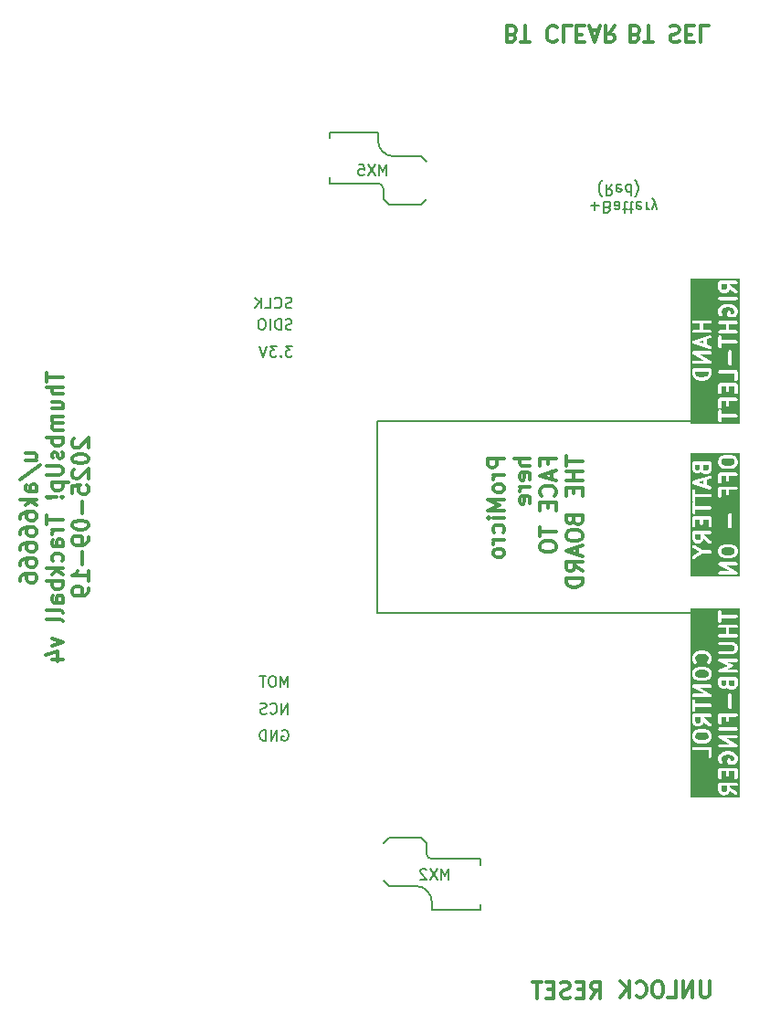
<source format=gbr>
G04 #@! TF.GenerationSoftware,KiCad,Pcbnew,9.0.2*
G04 #@! TF.CreationDate,2025-10-03T15:47:58-04:00*
G04 #@! TF.ProjectId,Trackball,54726163-6b62-4616-9c6c-2e6b69636164,rev?*
G04 #@! TF.SameCoordinates,Original*
G04 #@! TF.FileFunction,Legend,Bot*
G04 #@! TF.FilePolarity,Positive*
%FSLAX46Y46*%
G04 Gerber Fmt 4.6, Leading zero omitted, Abs format (unit mm)*
G04 Created by KiCad (PCBNEW 9.0.2) date 2025-10-03 15:47:58*
%MOMM*%
%LPD*%
G01*
G04 APERTURE LIST*
%ADD10C,0.300000*%
%ADD11C,0.150000*%
G04 APERTURE END LIST*
D10*
G36*
X184135912Y-88254228D02*
G01*
X184083378Y-88411830D01*
X183982772Y-88512435D01*
X183876412Y-88565616D01*
X183624591Y-88628571D01*
X183447233Y-88628571D01*
X183195411Y-88565615D01*
X183089052Y-88512436D01*
X182988445Y-88411829D01*
X182935912Y-88254230D01*
X182935912Y-88071428D01*
X184135912Y-88071428D01*
X184135912Y-88254228D01*
G37*
G36*
X183707341Y-85499029D02*
G01*
X183260252Y-85350000D01*
X183707341Y-85200970D01*
X183707341Y-85499029D01*
G37*
G36*
X185836542Y-80350304D02*
G01*
X185791835Y-80439717D01*
X185754830Y-80476722D01*
X185665418Y-80521428D01*
X185521952Y-80521428D01*
X185432539Y-80476722D01*
X185395535Y-80439718D01*
X185350828Y-80350303D01*
X185350828Y-79964285D01*
X185836542Y-79964285D01*
X185836542Y-80350304D01*
G37*
G36*
X187017495Y-92913786D02*
G01*
X182469245Y-92913786D01*
X182469245Y-91742858D01*
X185050828Y-91742858D01*
X185050828Y-92600001D01*
X185053710Y-92629265D01*
X185076108Y-92683337D01*
X185117492Y-92724721D01*
X185171564Y-92747119D01*
X185230092Y-92747119D01*
X185284164Y-92724721D01*
X185325548Y-92683337D01*
X185347946Y-92629265D01*
X185350828Y-92600001D01*
X185350828Y-92321429D01*
X186700828Y-92321429D01*
X186730092Y-92318547D01*
X186784164Y-92296149D01*
X186825548Y-92254765D01*
X186847946Y-92200693D01*
X186847946Y-92142165D01*
X186825548Y-92088093D01*
X186784164Y-92046709D01*
X186730092Y-92024311D01*
X186700828Y-92021429D01*
X185350828Y-92021429D01*
X185350828Y-91742858D01*
X185347946Y-91713594D01*
X185325548Y-91659522D01*
X185284164Y-91618138D01*
X185230092Y-91595740D01*
X185171564Y-91595740D01*
X185117492Y-91618138D01*
X185076108Y-91659522D01*
X185053710Y-91713594D01*
X185050828Y-91742858D01*
X182469245Y-91742858D01*
X182469245Y-90671429D01*
X185050828Y-90671429D01*
X185050828Y-91385715D01*
X185053710Y-91414979D01*
X185076108Y-91469051D01*
X185117492Y-91510435D01*
X185171564Y-91532833D01*
X185230092Y-91532833D01*
X185284164Y-91510435D01*
X185325548Y-91469051D01*
X185347946Y-91414979D01*
X185350828Y-91385715D01*
X185350828Y-90821429D01*
X185765114Y-90821429D01*
X185765114Y-91171429D01*
X185767996Y-91200693D01*
X185790394Y-91254765D01*
X185831778Y-91296149D01*
X185885850Y-91318547D01*
X185944378Y-91318547D01*
X185998450Y-91296149D01*
X186039834Y-91254765D01*
X186062232Y-91200693D01*
X186065114Y-91171429D01*
X186065114Y-90821429D01*
X186700828Y-90821429D01*
X186730092Y-90818547D01*
X186784164Y-90796149D01*
X186825548Y-90754765D01*
X186847946Y-90700693D01*
X186847946Y-90642165D01*
X186825548Y-90588093D01*
X186784164Y-90546709D01*
X186730092Y-90524311D01*
X186700828Y-90521429D01*
X185200828Y-90521429D01*
X185171564Y-90524311D01*
X185117492Y-90546709D01*
X185076108Y-90588093D01*
X185053710Y-90642165D01*
X185050828Y-90671429D01*
X182469245Y-90671429D01*
X182469245Y-89314286D01*
X185050828Y-89314286D01*
X185050828Y-90028572D01*
X185053710Y-90057836D01*
X185076108Y-90111908D01*
X185117492Y-90153292D01*
X185171564Y-90175690D01*
X185230092Y-90175690D01*
X185284164Y-90153292D01*
X185325548Y-90111908D01*
X185347946Y-90057836D01*
X185350828Y-90028572D01*
X185350828Y-89464286D01*
X185765114Y-89464286D01*
X185765114Y-89814286D01*
X185767996Y-89843550D01*
X185790394Y-89897622D01*
X185831778Y-89939006D01*
X185885850Y-89961404D01*
X185944378Y-89961404D01*
X185998450Y-89939006D01*
X186039834Y-89897622D01*
X186062232Y-89843550D01*
X186065114Y-89814286D01*
X186065114Y-89464286D01*
X186550828Y-89464286D01*
X186550828Y-90028572D01*
X186553710Y-90057836D01*
X186576108Y-90111908D01*
X186617492Y-90153292D01*
X186671564Y-90175690D01*
X186730092Y-90175690D01*
X186784164Y-90153292D01*
X186825548Y-90111908D01*
X186847946Y-90057836D01*
X186850828Y-90028572D01*
X186850828Y-89314286D01*
X186847946Y-89285022D01*
X186825548Y-89230950D01*
X186784164Y-89189566D01*
X186730092Y-89167168D01*
X186700828Y-89164286D01*
X185200828Y-89164286D01*
X185171564Y-89167168D01*
X185117492Y-89189566D01*
X185076108Y-89230950D01*
X185053710Y-89285022D01*
X185050828Y-89314286D01*
X182469245Y-89314286D01*
X182469245Y-87921428D01*
X182635912Y-87921428D01*
X182635912Y-88278571D01*
X182637370Y-88293382D01*
X182637090Y-88297332D01*
X182638271Y-88302526D01*
X182638794Y-88307835D01*
X182640311Y-88311497D01*
X182643610Y-88326005D01*
X182715038Y-88540291D01*
X182727027Y-88567142D01*
X182730557Y-88571212D01*
X182732620Y-88576192D01*
X182751275Y-88598923D01*
X182894132Y-88741780D01*
X182905634Y-88751220D01*
X182908230Y-88754213D01*
X182912739Y-88757051D01*
X182916862Y-88760435D01*
X182920524Y-88761951D01*
X182933116Y-88769878D01*
X183075972Y-88841307D01*
X183078114Y-88842126D01*
X183078984Y-88842771D01*
X183091255Y-88847155D01*
X183103436Y-88851816D01*
X183104516Y-88851892D01*
X183106675Y-88852664D01*
X183392389Y-88924092D01*
X183397460Y-88924841D01*
X183399505Y-88925689D01*
X183410527Y-88926774D01*
X183421478Y-88928394D01*
X183423665Y-88928068D01*
X183428769Y-88928571D01*
X183643055Y-88928571D01*
X183648158Y-88928068D01*
X183650346Y-88928394D01*
X183661296Y-88926774D01*
X183672319Y-88925689D01*
X183674363Y-88924841D01*
X183679435Y-88924092D01*
X183965149Y-88852664D01*
X183967307Y-88851892D01*
X183968388Y-88851816D01*
X183980562Y-88847157D01*
X183992840Y-88842771D01*
X183993710Y-88842126D01*
X183995851Y-88841307D01*
X184138708Y-88769878D01*
X184151301Y-88761950D01*
X184154961Y-88760435D01*
X184159080Y-88757053D01*
X184163594Y-88754213D01*
X184166190Y-88751219D01*
X184177692Y-88741780D01*
X184320550Y-88598923D01*
X184339205Y-88576193D01*
X184341267Y-88571213D01*
X184344799Y-88567142D01*
X184356787Y-88540291D01*
X184428215Y-88326005D01*
X184431514Y-88311492D01*
X184433030Y-88307835D01*
X184433552Y-88302532D01*
X184434735Y-88297331D01*
X184434453Y-88293376D01*
X184435912Y-88278571D01*
X184435912Y-88070736D01*
X185053710Y-88070736D01*
X185053710Y-88129264D01*
X185076108Y-88183336D01*
X185117492Y-88224720D01*
X185171564Y-88247118D01*
X185200828Y-88250000D01*
X186550828Y-88250000D01*
X186550828Y-88814286D01*
X186553710Y-88843550D01*
X186576108Y-88897622D01*
X186617492Y-88939006D01*
X186671564Y-88961404D01*
X186730092Y-88961404D01*
X186784164Y-88939006D01*
X186825548Y-88897622D01*
X186847946Y-88843550D01*
X186850828Y-88814286D01*
X186850828Y-88100000D01*
X186847946Y-88070736D01*
X186825548Y-88016664D01*
X186784164Y-87975280D01*
X186730092Y-87952882D01*
X186700828Y-87950000D01*
X185200828Y-87950000D01*
X185171564Y-87952882D01*
X185117492Y-87975280D01*
X185076108Y-88016664D01*
X185053710Y-88070736D01*
X184435912Y-88070736D01*
X184435912Y-87921428D01*
X184433030Y-87892164D01*
X184410632Y-87838092D01*
X184369248Y-87796708D01*
X184315176Y-87774310D01*
X184285912Y-87771428D01*
X182785912Y-87771428D01*
X182756648Y-87774310D01*
X182702576Y-87796708D01*
X182661192Y-87838092D01*
X182638794Y-87892164D01*
X182635912Y-87921428D01*
X182469245Y-87921428D01*
X182469245Y-86360476D01*
X182636278Y-86360476D01*
X182638794Y-86369700D01*
X182638794Y-86379263D01*
X182646429Y-86397695D01*
X182651678Y-86416940D01*
X182657532Y-86424499D01*
X182661192Y-86433335D01*
X182675299Y-86447442D01*
X182687513Y-86463214D01*
X182699776Y-86471919D01*
X182702576Y-86474719D01*
X182705323Y-86475857D01*
X182711491Y-86480235D01*
X183721077Y-87057142D01*
X182785912Y-87057142D01*
X182756648Y-87060024D01*
X182702576Y-87082422D01*
X182661192Y-87123806D01*
X182638794Y-87177878D01*
X182638794Y-87236406D01*
X182661192Y-87290478D01*
X182702576Y-87331862D01*
X182756648Y-87354260D01*
X182785912Y-87357142D01*
X184285912Y-87357142D01*
X184293438Y-87356400D01*
X184296390Y-87356776D01*
X184300211Y-87355733D01*
X184315176Y-87354260D01*
X184333608Y-87346624D01*
X184352853Y-87341376D01*
X184360412Y-87335521D01*
X184369248Y-87331862D01*
X184383355Y-87317754D01*
X184399127Y-87305541D01*
X184403871Y-87297238D01*
X184410632Y-87290478D01*
X184418266Y-87272047D01*
X184428165Y-87254725D01*
X184429370Y-87245239D01*
X184433030Y-87236406D01*
X184433030Y-87216456D01*
X184435546Y-87196665D01*
X184433030Y-87187439D01*
X184433030Y-87177878D01*
X184425396Y-87159449D01*
X184420147Y-87140201D01*
X184414290Y-87132639D01*
X184410632Y-87123806D01*
X184396526Y-87109700D01*
X184384311Y-87093927D01*
X184372047Y-87085221D01*
X184369248Y-87082422D01*
X184366500Y-87081283D01*
X184360333Y-87076906D01*
X183350746Y-86499999D01*
X184285912Y-86499999D01*
X184315176Y-86497117D01*
X184369248Y-86474719D01*
X184410632Y-86433335D01*
X184433030Y-86379263D01*
X184433030Y-86320735D01*
X184410632Y-86266663D01*
X184386826Y-86242857D01*
X185979400Y-86242857D01*
X185979400Y-87385715D01*
X185982282Y-87414979D01*
X186004680Y-87469051D01*
X186046064Y-87510435D01*
X186100136Y-87532833D01*
X186158664Y-87532833D01*
X186212736Y-87510435D01*
X186254120Y-87469051D01*
X186276518Y-87414979D01*
X186279400Y-87385715D01*
X186279400Y-86242857D01*
X186276518Y-86213593D01*
X186254120Y-86159521D01*
X186212736Y-86118137D01*
X186158664Y-86095739D01*
X186100136Y-86095739D01*
X186046064Y-86118137D01*
X186004680Y-86159521D01*
X185982282Y-86213593D01*
X185979400Y-86242857D01*
X184386826Y-86242857D01*
X184369248Y-86225279D01*
X184315176Y-86202881D01*
X184285912Y-86199999D01*
X182785912Y-86199999D01*
X182778386Y-86200740D01*
X182775435Y-86200365D01*
X182771614Y-86201407D01*
X182756648Y-86202881D01*
X182738215Y-86210516D01*
X182718971Y-86215765D01*
X182711411Y-86221619D01*
X182702576Y-86225279D01*
X182688468Y-86239386D01*
X182672697Y-86251600D01*
X182667952Y-86259902D01*
X182661192Y-86266663D01*
X182653557Y-86285093D01*
X182643659Y-86302416D01*
X182642453Y-86311901D01*
X182638794Y-86320735D01*
X182638794Y-86340684D01*
X182636278Y-86360476D01*
X182469245Y-86360476D01*
X182469245Y-85331239D01*
X182637090Y-85331239D01*
X182638423Y-85350000D01*
X182637090Y-85368761D01*
X182640479Y-85378928D01*
X182641239Y-85389620D01*
X182649650Y-85406443D01*
X182655598Y-85424285D01*
X182662620Y-85432381D01*
X182667413Y-85441967D01*
X182681621Y-85454290D01*
X182693945Y-85468499D01*
X182703530Y-85473291D01*
X182711627Y-85480314D01*
X182738478Y-85492302D01*
X184238478Y-85992303D01*
X184267152Y-85998823D01*
X184325532Y-85994673D01*
X184377879Y-85968499D01*
X184416226Y-85924285D01*
X184434735Y-85868761D01*
X184430585Y-85810381D01*
X184404412Y-85758033D01*
X184360197Y-85719686D01*
X184333346Y-85707698D01*
X184007341Y-85599029D01*
X184007341Y-85100970D01*
X184333346Y-84992302D01*
X184360197Y-84980314D01*
X184404412Y-84941967D01*
X184430585Y-84889619D01*
X184430863Y-84885715D01*
X185050828Y-84885715D01*
X185050828Y-85742858D01*
X185053710Y-85772122D01*
X185076108Y-85826194D01*
X185117492Y-85867578D01*
X185171564Y-85889976D01*
X185230092Y-85889976D01*
X185284164Y-85867578D01*
X185325548Y-85826194D01*
X185347946Y-85772122D01*
X185350828Y-85742858D01*
X185350828Y-85464286D01*
X186700828Y-85464286D01*
X186730092Y-85461404D01*
X186784164Y-85439006D01*
X186825548Y-85397622D01*
X186847946Y-85343550D01*
X186847946Y-85285022D01*
X186825548Y-85230950D01*
X186784164Y-85189566D01*
X186730092Y-85167168D01*
X186700828Y-85164286D01*
X185350828Y-85164286D01*
X185350828Y-84885715D01*
X185347946Y-84856451D01*
X185325548Y-84802379D01*
X185284164Y-84760995D01*
X185230092Y-84738597D01*
X185171564Y-84738597D01*
X185117492Y-84760995D01*
X185076108Y-84802379D01*
X185053710Y-84856451D01*
X185050828Y-84885715D01*
X184430863Y-84885715D01*
X184434735Y-84831239D01*
X184416226Y-84775715D01*
X184377879Y-84731501D01*
X184325532Y-84705327D01*
X184267152Y-84701177D01*
X184238478Y-84707697D01*
X182738478Y-85207698D01*
X182711627Y-85219686D01*
X182703530Y-85226708D01*
X182693945Y-85231501D01*
X182681621Y-85245709D01*
X182667413Y-85258033D01*
X182662620Y-85267618D01*
X182655598Y-85275715D01*
X182649650Y-85293556D01*
X182641239Y-85310380D01*
X182640479Y-85321071D01*
X182637090Y-85331239D01*
X182469245Y-85331239D01*
X182469245Y-83463592D01*
X182638794Y-83463592D01*
X182638794Y-83522120D01*
X182661192Y-83576192D01*
X182702576Y-83617576D01*
X182756648Y-83639974D01*
X182785912Y-83642856D01*
X183350198Y-83642856D01*
X183350198Y-84199999D01*
X182785912Y-84199999D01*
X182756648Y-84202881D01*
X182702576Y-84225279D01*
X182661192Y-84266663D01*
X182638794Y-84320735D01*
X182638794Y-84379263D01*
X182661192Y-84433335D01*
X182702576Y-84474719D01*
X182756648Y-84497117D01*
X182785912Y-84499999D01*
X184285912Y-84499999D01*
X184315176Y-84497117D01*
X184369248Y-84474719D01*
X184410632Y-84433335D01*
X184433030Y-84379263D01*
X184433030Y-84320735D01*
X184410632Y-84266663D01*
X184369248Y-84225279D01*
X184315176Y-84202881D01*
X184285912Y-84199999D01*
X183650198Y-84199999D01*
X183650198Y-83642856D01*
X184285912Y-83642856D01*
X184315176Y-83639974D01*
X184369248Y-83617576D01*
X184410632Y-83576192D01*
X184433030Y-83522120D01*
X184433030Y-83499307D01*
X185053710Y-83499307D01*
X185053710Y-83557835D01*
X185076108Y-83611907D01*
X185117492Y-83653291D01*
X185171564Y-83675689D01*
X185200828Y-83678571D01*
X185765114Y-83678571D01*
X185765114Y-84235714D01*
X185200828Y-84235714D01*
X185171564Y-84238596D01*
X185117492Y-84260994D01*
X185076108Y-84302378D01*
X185053710Y-84356450D01*
X185053710Y-84414978D01*
X185076108Y-84469050D01*
X185117492Y-84510434D01*
X185171564Y-84532832D01*
X185200828Y-84535714D01*
X186700828Y-84535714D01*
X186730092Y-84532832D01*
X186784164Y-84510434D01*
X186825548Y-84469050D01*
X186847946Y-84414978D01*
X186847946Y-84356450D01*
X186825548Y-84302378D01*
X186784164Y-84260994D01*
X186730092Y-84238596D01*
X186700828Y-84235714D01*
X186065114Y-84235714D01*
X186065114Y-83678571D01*
X186700828Y-83678571D01*
X186730092Y-83675689D01*
X186784164Y-83653291D01*
X186825548Y-83611907D01*
X186847946Y-83557835D01*
X186847946Y-83499307D01*
X186825548Y-83445235D01*
X186784164Y-83403851D01*
X186730092Y-83381453D01*
X186700828Y-83378571D01*
X185200828Y-83378571D01*
X185171564Y-83381453D01*
X185117492Y-83403851D01*
X185076108Y-83445235D01*
X185053710Y-83499307D01*
X184433030Y-83499307D01*
X184433030Y-83463592D01*
X184410632Y-83409520D01*
X184369248Y-83368136D01*
X184315176Y-83345738D01*
X184285912Y-83342856D01*
X182785912Y-83342856D01*
X182756648Y-83345738D01*
X182702576Y-83368136D01*
X182661192Y-83409520D01*
X182638794Y-83463592D01*
X182469245Y-83463592D01*
X182469245Y-82457143D01*
X185050828Y-82457143D01*
X185050828Y-82671429D01*
X185053710Y-82700693D01*
X185055773Y-82705673D01*
X185056155Y-82711048D01*
X185066664Y-82738511D01*
X185138093Y-82881368D01*
X185153758Y-82906254D01*
X185197973Y-82944600D01*
X185253496Y-82963108D01*
X185311876Y-82958959D01*
X185364225Y-82932785D01*
X185402572Y-82888569D01*
X185421079Y-82833047D01*
X185416930Y-82774667D01*
X185406421Y-82747203D01*
X185350828Y-82636018D01*
X185350828Y-82481483D01*
X185403361Y-82323884D01*
X185503968Y-82223277D01*
X185610327Y-82170098D01*
X185862149Y-82107143D01*
X186039507Y-82107143D01*
X186291328Y-82170097D01*
X186397688Y-82223278D01*
X186498294Y-82323883D01*
X186550828Y-82481485D01*
X186550828Y-82575657D01*
X186498294Y-82733259D01*
X186495840Y-82735714D01*
X186207971Y-82735714D01*
X186207971Y-82600000D01*
X186205089Y-82570736D01*
X186182691Y-82516664D01*
X186141307Y-82475280D01*
X186087235Y-82452882D01*
X186028707Y-82452882D01*
X185974635Y-82475280D01*
X185933251Y-82516664D01*
X185910853Y-82570736D01*
X185907971Y-82600000D01*
X185907971Y-82885714D01*
X185910853Y-82914976D01*
X185910853Y-82914978D01*
X185933251Y-82969050D01*
X185974635Y-83010434D01*
X186028707Y-83032832D01*
X186057971Y-83035714D01*
X186557971Y-83035714D01*
X186587235Y-83032832D01*
X186641307Y-83010434D01*
X186641310Y-83010430D01*
X186664036Y-82991781D01*
X186735465Y-82920353D01*
X186754120Y-82897622D01*
X186756181Y-82892645D01*
X186759715Y-82888571D01*
X186771703Y-82861720D01*
X186843131Y-82647434D01*
X186846430Y-82632921D01*
X186847946Y-82629264D01*
X186848468Y-82623961D01*
X186849651Y-82618760D01*
X186849369Y-82614805D01*
X186850828Y-82600000D01*
X186850828Y-82457143D01*
X186849369Y-82442337D01*
X186849651Y-82438383D01*
X186848468Y-82433181D01*
X186847946Y-82427879D01*
X186846430Y-82424221D01*
X186843131Y-82409709D01*
X186771703Y-82195423D01*
X186759715Y-82168572D01*
X186756183Y-82164500D01*
X186754121Y-82159521D01*
X186735466Y-82136791D01*
X186592608Y-81993934D01*
X186581106Y-81984494D01*
X186578510Y-81981501D01*
X186573996Y-81978660D01*
X186569877Y-81975279D01*
X186566217Y-81973763D01*
X186553624Y-81965836D01*
X186410767Y-81894407D01*
X186408626Y-81893587D01*
X186407756Y-81892943D01*
X186395478Y-81888556D01*
X186383304Y-81883898D01*
X186382223Y-81883821D01*
X186380065Y-81883050D01*
X186094351Y-81811622D01*
X186089279Y-81810872D01*
X186087235Y-81810025D01*
X186076212Y-81808939D01*
X186065262Y-81807320D01*
X186063074Y-81807645D01*
X186057971Y-81807143D01*
X185843685Y-81807143D01*
X185838581Y-81807645D01*
X185836394Y-81807320D01*
X185825443Y-81808939D01*
X185814421Y-81810025D01*
X185812376Y-81810872D01*
X185807305Y-81811622D01*
X185521591Y-81883050D01*
X185519432Y-81883821D01*
X185518352Y-81883898D01*
X185506171Y-81888558D01*
X185493900Y-81892943D01*
X185493030Y-81893587D01*
X185490888Y-81894407D01*
X185348032Y-81965836D01*
X185335440Y-81973762D01*
X185331778Y-81975279D01*
X185327655Y-81978662D01*
X185323146Y-81981501D01*
X185320550Y-81984493D01*
X185309048Y-81993934D01*
X185166191Y-82136791D01*
X185147536Y-82159522D01*
X185145473Y-82164501D01*
X185141943Y-82168572D01*
X185129954Y-82195423D01*
X185058526Y-82409709D01*
X185055227Y-82424216D01*
X185053710Y-82427879D01*
X185053187Y-82433187D01*
X185052006Y-82438382D01*
X185052286Y-82442331D01*
X185050828Y-82457143D01*
X182469245Y-82457143D01*
X182469245Y-81285021D01*
X185053710Y-81285021D01*
X185053710Y-81343549D01*
X185076108Y-81397621D01*
X185117492Y-81439005D01*
X185171564Y-81461403D01*
X185200828Y-81464285D01*
X186700828Y-81464285D01*
X186730092Y-81461403D01*
X186784164Y-81439005D01*
X186825548Y-81397621D01*
X186847946Y-81343549D01*
X186847946Y-81285021D01*
X186825548Y-81230949D01*
X186784164Y-81189565D01*
X186730092Y-81167167D01*
X186700828Y-81164285D01*
X185200828Y-81164285D01*
X185171564Y-81167167D01*
X185117492Y-81189565D01*
X185076108Y-81230949D01*
X185053710Y-81285021D01*
X182469245Y-81285021D01*
X182469245Y-79814285D01*
X185050828Y-79814285D01*
X185050828Y-80385714D01*
X185053710Y-80414978D01*
X185055773Y-80419958D01*
X185056155Y-80425333D01*
X185066664Y-80452796D01*
X185138093Y-80595653D01*
X185146021Y-80608248D01*
X185147536Y-80611905D01*
X185150915Y-80616022D01*
X185153758Y-80620539D01*
X185156752Y-80623136D01*
X185166190Y-80634636D01*
X185237618Y-80706065D01*
X185249123Y-80715507D01*
X185251718Y-80718499D01*
X185256228Y-80721338D01*
X185260349Y-80724720D01*
X185264008Y-80726235D01*
X185276603Y-80734164D01*
X185419461Y-80805592D01*
X185446924Y-80816102D01*
X185452299Y-80816483D01*
X185457278Y-80818546D01*
X185486542Y-80821428D01*
X185700828Y-80821428D01*
X185730092Y-80818546D01*
X185735070Y-80816483D01*
X185740446Y-80816102D01*
X185767910Y-80805592D01*
X185910767Y-80734164D01*
X185923360Y-80726236D01*
X185927020Y-80724721D01*
X185931139Y-80721339D01*
X185935653Y-80718499D01*
X185938249Y-80715505D01*
X185949751Y-80706066D01*
X186021180Y-80634637D01*
X186030621Y-80623132D01*
X186033613Y-80620538D01*
X186036451Y-80616028D01*
X186039835Y-80611906D01*
X186041351Y-80608244D01*
X186049278Y-80595653D01*
X186120706Y-80452795D01*
X186122020Y-80449360D01*
X186614809Y-80794313D01*
X186640435Y-80808734D01*
X186697577Y-80821393D01*
X186755213Y-80811222D01*
X186804570Y-80779769D01*
X186838134Y-80731821D01*
X186850793Y-80674679D01*
X186840622Y-80617043D01*
X186809169Y-80567686D01*
X186786847Y-80548543D01*
X186136542Y-80093329D01*
X186136542Y-79964285D01*
X186700828Y-79964285D01*
X186730092Y-79961403D01*
X186784164Y-79939005D01*
X186825548Y-79897621D01*
X186847946Y-79843549D01*
X186847946Y-79785021D01*
X186825548Y-79730949D01*
X186784164Y-79689565D01*
X186730092Y-79667167D01*
X186700828Y-79664285D01*
X185200828Y-79664285D01*
X185171564Y-79667167D01*
X185117492Y-79689565D01*
X185076108Y-79730949D01*
X185053710Y-79785021D01*
X185050828Y-79814285D01*
X182469245Y-79814285D01*
X182469245Y-79497618D01*
X187017495Y-79497618D01*
X187017495Y-92913786D01*
G37*
D11*
X173236779Y-72721077D02*
X173998684Y-72721077D01*
X173617731Y-72340124D02*
X173617731Y-73102029D01*
X174808207Y-72863934D02*
X174951064Y-72816315D01*
X174951064Y-72816315D02*
X174998683Y-72768696D01*
X174998683Y-72768696D02*
X175046302Y-72673458D01*
X175046302Y-72673458D02*
X175046302Y-72530601D01*
X175046302Y-72530601D02*
X174998683Y-72435363D01*
X174998683Y-72435363D02*
X174951064Y-72387744D01*
X174951064Y-72387744D02*
X174855826Y-72340124D01*
X174855826Y-72340124D02*
X174474874Y-72340124D01*
X174474874Y-72340124D02*
X174474874Y-73340124D01*
X174474874Y-73340124D02*
X174808207Y-73340124D01*
X174808207Y-73340124D02*
X174903445Y-73292505D01*
X174903445Y-73292505D02*
X174951064Y-73244886D01*
X174951064Y-73244886D02*
X174998683Y-73149648D01*
X174998683Y-73149648D02*
X174998683Y-73054410D01*
X174998683Y-73054410D02*
X174951064Y-72959172D01*
X174951064Y-72959172D02*
X174903445Y-72911553D01*
X174903445Y-72911553D02*
X174808207Y-72863934D01*
X174808207Y-72863934D02*
X174474874Y-72863934D01*
X175903445Y-72340124D02*
X175903445Y-72863934D01*
X175903445Y-72863934D02*
X175855826Y-72959172D01*
X175855826Y-72959172D02*
X175760588Y-73006791D01*
X175760588Y-73006791D02*
X175570112Y-73006791D01*
X175570112Y-73006791D02*
X175474874Y-72959172D01*
X175903445Y-72387744D02*
X175808207Y-72340124D01*
X175808207Y-72340124D02*
X175570112Y-72340124D01*
X175570112Y-72340124D02*
X175474874Y-72387744D01*
X175474874Y-72387744D02*
X175427255Y-72482982D01*
X175427255Y-72482982D02*
X175427255Y-72578220D01*
X175427255Y-72578220D02*
X175474874Y-72673458D01*
X175474874Y-72673458D02*
X175570112Y-72721077D01*
X175570112Y-72721077D02*
X175808207Y-72721077D01*
X175808207Y-72721077D02*
X175903445Y-72768696D01*
X176236779Y-73006791D02*
X176617731Y-73006791D01*
X176379636Y-73340124D02*
X176379636Y-72482982D01*
X176379636Y-72482982D02*
X176427255Y-72387744D01*
X176427255Y-72387744D02*
X176522493Y-72340124D01*
X176522493Y-72340124D02*
X176617731Y-72340124D01*
X176808208Y-73006791D02*
X177189160Y-73006791D01*
X176951065Y-73340124D02*
X176951065Y-72482982D01*
X176951065Y-72482982D02*
X176998684Y-72387744D01*
X176998684Y-72387744D02*
X177093922Y-72340124D01*
X177093922Y-72340124D02*
X177189160Y-72340124D01*
X177903446Y-72387744D02*
X177808208Y-72340124D01*
X177808208Y-72340124D02*
X177617732Y-72340124D01*
X177617732Y-72340124D02*
X177522494Y-72387744D01*
X177522494Y-72387744D02*
X177474875Y-72482982D01*
X177474875Y-72482982D02*
X177474875Y-72863934D01*
X177474875Y-72863934D02*
X177522494Y-72959172D01*
X177522494Y-72959172D02*
X177617732Y-73006791D01*
X177617732Y-73006791D02*
X177808208Y-73006791D01*
X177808208Y-73006791D02*
X177903446Y-72959172D01*
X177903446Y-72959172D02*
X177951065Y-72863934D01*
X177951065Y-72863934D02*
X177951065Y-72768696D01*
X177951065Y-72768696D02*
X177474875Y-72673458D01*
X178379637Y-72340124D02*
X178379637Y-73006791D01*
X178379637Y-72816315D02*
X178427256Y-72911553D01*
X178427256Y-72911553D02*
X178474875Y-72959172D01*
X178474875Y-72959172D02*
X178570113Y-73006791D01*
X178570113Y-73006791D02*
X178665351Y-73006791D01*
X178903447Y-73006791D02*
X179141542Y-72340124D01*
X179379637Y-73006791D02*
X179141542Y-72340124D01*
X179141542Y-72340124D02*
X179046304Y-72102029D01*
X179046304Y-72102029D02*
X178998685Y-72054410D01*
X178998685Y-72054410D02*
X178903447Y-72006791D01*
X174284398Y-70349228D02*
X174236779Y-70396847D01*
X174236779Y-70396847D02*
X174141541Y-70539704D01*
X174141541Y-70539704D02*
X174093922Y-70634942D01*
X174093922Y-70634942D02*
X174046303Y-70777800D01*
X174046303Y-70777800D02*
X173998684Y-71015895D01*
X173998684Y-71015895D02*
X173998684Y-71206371D01*
X173998684Y-71206371D02*
X174046303Y-71444466D01*
X174046303Y-71444466D02*
X174093922Y-71587323D01*
X174093922Y-71587323D02*
X174141541Y-71682561D01*
X174141541Y-71682561D02*
X174236779Y-71825419D01*
X174236779Y-71825419D02*
X174284398Y-71873038D01*
X175236779Y-70730180D02*
X174903446Y-71206371D01*
X174665351Y-70730180D02*
X174665351Y-71730180D01*
X174665351Y-71730180D02*
X175046303Y-71730180D01*
X175046303Y-71730180D02*
X175141541Y-71682561D01*
X175141541Y-71682561D02*
X175189160Y-71634942D01*
X175189160Y-71634942D02*
X175236779Y-71539704D01*
X175236779Y-71539704D02*
X175236779Y-71396847D01*
X175236779Y-71396847D02*
X175189160Y-71301609D01*
X175189160Y-71301609D02*
X175141541Y-71253990D01*
X175141541Y-71253990D02*
X175046303Y-71206371D01*
X175046303Y-71206371D02*
X174665351Y-71206371D01*
X176046303Y-70777800D02*
X175951065Y-70730180D01*
X175951065Y-70730180D02*
X175760589Y-70730180D01*
X175760589Y-70730180D02*
X175665351Y-70777800D01*
X175665351Y-70777800D02*
X175617732Y-70873038D01*
X175617732Y-70873038D02*
X175617732Y-71253990D01*
X175617732Y-71253990D02*
X175665351Y-71349228D01*
X175665351Y-71349228D02*
X175760589Y-71396847D01*
X175760589Y-71396847D02*
X175951065Y-71396847D01*
X175951065Y-71396847D02*
X176046303Y-71349228D01*
X176046303Y-71349228D02*
X176093922Y-71253990D01*
X176093922Y-71253990D02*
X176093922Y-71158752D01*
X176093922Y-71158752D02*
X175617732Y-71063514D01*
X176951065Y-70730180D02*
X176951065Y-71730180D01*
X176951065Y-70777800D02*
X176855827Y-70730180D01*
X176855827Y-70730180D02*
X176665351Y-70730180D01*
X176665351Y-70730180D02*
X176570113Y-70777800D01*
X176570113Y-70777800D02*
X176522494Y-70825419D01*
X176522494Y-70825419D02*
X176474875Y-70920657D01*
X176474875Y-70920657D02*
X176474875Y-71206371D01*
X176474875Y-71206371D02*
X176522494Y-71301609D01*
X176522494Y-71301609D02*
X176570113Y-71349228D01*
X176570113Y-71349228D02*
X176665351Y-71396847D01*
X176665351Y-71396847D02*
X176855827Y-71396847D01*
X176855827Y-71396847D02*
X176951065Y-71349228D01*
X177332018Y-70349228D02*
X177379637Y-70396847D01*
X177379637Y-70396847D02*
X177474875Y-70539704D01*
X177474875Y-70539704D02*
X177522494Y-70634942D01*
X177522494Y-70634942D02*
X177570113Y-70777800D01*
X177570113Y-70777800D02*
X177617732Y-71015895D01*
X177617732Y-71015895D02*
X177617732Y-71206371D01*
X177617732Y-71206371D02*
X177570113Y-71444466D01*
X177570113Y-71444466D02*
X177522494Y-71587323D01*
X177522494Y-71587323D02*
X177474875Y-71682561D01*
X177474875Y-71682561D02*
X177379637Y-71825419D01*
X177379637Y-71825419D02*
X177332018Y-71873038D01*
D10*
X173238346Y-146150828D02*
X173738346Y-145436542D01*
X174095489Y-146150828D02*
X174095489Y-144650828D01*
X174095489Y-144650828D02*
X173524060Y-144650828D01*
X173524060Y-144650828D02*
X173381203Y-144722257D01*
X173381203Y-144722257D02*
X173309774Y-144793685D01*
X173309774Y-144793685D02*
X173238346Y-144936542D01*
X173238346Y-144936542D02*
X173238346Y-145150828D01*
X173238346Y-145150828D02*
X173309774Y-145293685D01*
X173309774Y-145293685D02*
X173381203Y-145365114D01*
X173381203Y-145365114D02*
X173524060Y-145436542D01*
X173524060Y-145436542D02*
X174095489Y-145436542D01*
X172595489Y-145365114D02*
X172095489Y-145365114D01*
X171881203Y-146150828D02*
X172595489Y-146150828D01*
X172595489Y-146150828D02*
X172595489Y-144650828D01*
X172595489Y-144650828D02*
X171881203Y-144650828D01*
X171309774Y-146079400D02*
X171095489Y-146150828D01*
X171095489Y-146150828D02*
X170738346Y-146150828D01*
X170738346Y-146150828D02*
X170595489Y-146079400D01*
X170595489Y-146079400D02*
X170524060Y-146007971D01*
X170524060Y-146007971D02*
X170452631Y-145865114D01*
X170452631Y-145865114D02*
X170452631Y-145722257D01*
X170452631Y-145722257D02*
X170524060Y-145579400D01*
X170524060Y-145579400D02*
X170595489Y-145507971D01*
X170595489Y-145507971D02*
X170738346Y-145436542D01*
X170738346Y-145436542D02*
X171024060Y-145365114D01*
X171024060Y-145365114D02*
X171166917Y-145293685D01*
X171166917Y-145293685D02*
X171238346Y-145222257D01*
X171238346Y-145222257D02*
X171309774Y-145079400D01*
X171309774Y-145079400D02*
X171309774Y-144936542D01*
X171309774Y-144936542D02*
X171238346Y-144793685D01*
X171238346Y-144793685D02*
X171166917Y-144722257D01*
X171166917Y-144722257D02*
X171024060Y-144650828D01*
X171024060Y-144650828D02*
X170666917Y-144650828D01*
X170666917Y-144650828D02*
X170452631Y-144722257D01*
X169809775Y-145365114D02*
X169309775Y-145365114D01*
X169095489Y-146150828D02*
X169809775Y-146150828D01*
X169809775Y-146150828D02*
X169809775Y-144650828D01*
X169809775Y-144650828D02*
X169095489Y-144650828D01*
X168666917Y-144650828D02*
X167809775Y-144650828D01*
X168238346Y-146150828D02*
X168238346Y-144650828D01*
D11*
X145510839Y-82172200D02*
X145367982Y-82219819D01*
X145367982Y-82219819D02*
X145129887Y-82219819D01*
X145129887Y-82219819D02*
X145034649Y-82172200D01*
X145034649Y-82172200D02*
X144987030Y-82124580D01*
X144987030Y-82124580D02*
X144939411Y-82029342D01*
X144939411Y-82029342D02*
X144939411Y-81934104D01*
X144939411Y-81934104D02*
X144987030Y-81838866D01*
X144987030Y-81838866D02*
X145034649Y-81791247D01*
X145034649Y-81791247D02*
X145129887Y-81743628D01*
X145129887Y-81743628D02*
X145320363Y-81696009D01*
X145320363Y-81696009D02*
X145415601Y-81648390D01*
X145415601Y-81648390D02*
X145463220Y-81600771D01*
X145463220Y-81600771D02*
X145510839Y-81505533D01*
X145510839Y-81505533D02*
X145510839Y-81410295D01*
X145510839Y-81410295D02*
X145463220Y-81315057D01*
X145463220Y-81315057D02*
X145415601Y-81267438D01*
X145415601Y-81267438D02*
X145320363Y-81219819D01*
X145320363Y-81219819D02*
X145082268Y-81219819D01*
X145082268Y-81219819D02*
X144939411Y-81267438D01*
X143939411Y-82124580D02*
X143987030Y-82172200D01*
X143987030Y-82172200D02*
X144129887Y-82219819D01*
X144129887Y-82219819D02*
X144225125Y-82219819D01*
X144225125Y-82219819D02*
X144367982Y-82172200D01*
X144367982Y-82172200D02*
X144463220Y-82076961D01*
X144463220Y-82076961D02*
X144510839Y-81981723D01*
X144510839Y-81981723D02*
X144558458Y-81791247D01*
X144558458Y-81791247D02*
X144558458Y-81648390D01*
X144558458Y-81648390D02*
X144510839Y-81457914D01*
X144510839Y-81457914D02*
X144463220Y-81362676D01*
X144463220Y-81362676D02*
X144367982Y-81267438D01*
X144367982Y-81267438D02*
X144225125Y-81219819D01*
X144225125Y-81219819D02*
X144129887Y-81219819D01*
X144129887Y-81219819D02*
X143987030Y-81267438D01*
X143987030Y-81267438D02*
X143939411Y-81315057D01*
X143034649Y-82219819D02*
X143510839Y-82219819D01*
X143510839Y-82219819D02*
X143510839Y-81219819D01*
X142701315Y-82219819D02*
X142701315Y-81219819D01*
X142129887Y-82219819D02*
X142558458Y-81648390D01*
X142129887Y-81219819D02*
X142701315Y-81791247D01*
D10*
G36*
X185836542Y-126886019D02*
G01*
X185791835Y-126975432D01*
X185754830Y-127012437D01*
X185665418Y-127057143D01*
X185521952Y-127057143D01*
X185432539Y-127012437D01*
X185395535Y-126975433D01*
X185350828Y-126886018D01*
X185350828Y-126500000D01*
X185836542Y-126500000D01*
X185836542Y-126886019D01*
G37*
G36*
X183994938Y-121592586D02*
G01*
X184091205Y-121688853D01*
X184135912Y-121778266D01*
X184135912Y-121993161D01*
X184091205Y-122082573D01*
X183994938Y-122178840D01*
X183767447Y-122235714D01*
X183304376Y-122235714D01*
X183076885Y-122178840D01*
X182980619Y-122082574D01*
X182935912Y-121993160D01*
X182935912Y-121778267D01*
X182980619Y-121688853D01*
X183076886Y-121592586D01*
X183304376Y-121535714D01*
X183767448Y-121535714D01*
X183994938Y-121592586D01*
G37*
G36*
X183421626Y-120493161D02*
G01*
X183376919Y-120582574D01*
X183339914Y-120619579D01*
X183250502Y-120664285D01*
X183107036Y-120664285D01*
X183017623Y-120619579D01*
X182980619Y-120582575D01*
X182935912Y-120493160D01*
X182935912Y-120107142D01*
X183421626Y-120107142D01*
X183421626Y-120493161D01*
G37*
G36*
X186550828Y-117100304D02*
G01*
X186506121Y-117189717D01*
X186469116Y-117226722D01*
X186379704Y-117271428D01*
X186236238Y-117271428D01*
X186146824Y-117226721D01*
X186117647Y-117197544D01*
X186065114Y-117039942D01*
X186065114Y-116714285D01*
X186550828Y-116714285D01*
X186550828Y-117100304D01*
G37*
G36*
X185765114Y-117028875D02*
G01*
X185720407Y-117118289D01*
X185683403Y-117155292D01*
X185593990Y-117200000D01*
X185521952Y-117200000D01*
X185432539Y-117155293D01*
X185395535Y-117118289D01*
X185350828Y-117028875D01*
X185350828Y-116714285D01*
X185765114Y-116714285D01*
X185765114Y-117028875D01*
G37*
G36*
X183994938Y-115806871D02*
G01*
X184091205Y-115903138D01*
X184135912Y-115992551D01*
X184135912Y-116207446D01*
X184091205Y-116296858D01*
X183994938Y-116393125D01*
X183767447Y-116449999D01*
X183304376Y-116449999D01*
X183076885Y-116393125D01*
X182980619Y-116296859D01*
X182935912Y-116207445D01*
X182935912Y-115992552D01*
X182980619Y-115903138D01*
X183076886Y-115806871D01*
X183304376Y-115749999D01*
X183767448Y-115749999D01*
X183994938Y-115806871D01*
G37*
G36*
X187017495Y-127523810D02*
G01*
X182469245Y-127523810D01*
X182469245Y-126350000D01*
X185050828Y-126350000D01*
X185050828Y-126921429D01*
X185053710Y-126950693D01*
X185055773Y-126955673D01*
X185056155Y-126961048D01*
X185066664Y-126988511D01*
X185138093Y-127131368D01*
X185146021Y-127143963D01*
X185147536Y-127147620D01*
X185150915Y-127151737D01*
X185153758Y-127156254D01*
X185156752Y-127158851D01*
X185166190Y-127170351D01*
X185237618Y-127241780D01*
X185249123Y-127251222D01*
X185251718Y-127254214D01*
X185256228Y-127257053D01*
X185260349Y-127260435D01*
X185264008Y-127261950D01*
X185276603Y-127269879D01*
X185419461Y-127341307D01*
X185446924Y-127351817D01*
X185452299Y-127352198D01*
X185457278Y-127354261D01*
X185486542Y-127357143D01*
X185700828Y-127357143D01*
X185730092Y-127354261D01*
X185735070Y-127352198D01*
X185740446Y-127351817D01*
X185767910Y-127341307D01*
X185910767Y-127269879D01*
X185923360Y-127261951D01*
X185927020Y-127260436D01*
X185931139Y-127257054D01*
X185935653Y-127254214D01*
X185938249Y-127251220D01*
X185949751Y-127241781D01*
X186021180Y-127170352D01*
X186030621Y-127158847D01*
X186033613Y-127156253D01*
X186036451Y-127151743D01*
X186039835Y-127147621D01*
X186041351Y-127143959D01*
X186049278Y-127131368D01*
X186120706Y-126988510D01*
X186122020Y-126985075D01*
X186614809Y-127330028D01*
X186640435Y-127344449D01*
X186697577Y-127357108D01*
X186755213Y-127346937D01*
X186804570Y-127315484D01*
X186838134Y-127267536D01*
X186850793Y-127210394D01*
X186840622Y-127152758D01*
X186809169Y-127103401D01*
X186786847Y-127084258D01*
X186136542Y-126629044D01*
X186136542Y-126500000D01*
X186700828Y-126500000D01*
X186730092Y-126497118D01*
X186784164Y-126474720D01*
X186825548Y-126433336D01*
X186847946Y-126379264D01*
X186847946Y-126320736D01*
X186825548Y-126266664D01*
X186784164Y-126225280D01*
X186730092Y-126202882D01*
X186700828Y-126200000D01*
X185200828Y-126200000D01*
X185171564Y-126202882D01*
X185117492Y-126225280D01*
X185076108Y-126266664D01*
X185053710Y-126320736D01*
X185050828Y-126350000D01*
X182469245Y-126350000D01*
X182469245Y-124992857D01*
X185050828Y-124992857D01*
X185050828Y-125707143D01*
X185053710Y-125736407D01*
X185076108Y-125790479D01*
X185117492Y-125831863D01*
X185171564Y-125854261D01*
X185230092Y-125854261D01*
X185284164Y-125831863D01*
X185325548Y-125790479D01*
X185347946Y-125736407D01*
X185350828Y-125707143D01*
X185350828Y-125142857D01*
X185765114Y-125142857D01*
X185765114Y-125492857D01*
X185767996Y-125522121D01*
X185790394Y-125576193D01*
X185831778Y-125617577D01*
X185885850Y-125639975D01*
X185944378Y-125639975D01*
X185998450Y-125617577D01*
X186039834Y-125576193D01*
X186062232Y-125522121D01*
X186065114Y-125492857D01*
X186065114Y-125142857D01*
X186550828Y-125142857D01*
X186550828Y-125707143D01*
X186553710Y-125736407D01*
X186576108Y-125790479D01*
X186617492Y-125831863D01*
X186671564Y-125854261D01*
X186730092Y-125854261D01*
X186784164Y-125831863D01*
X186825548Y-125790479D01*
X186847946Y-125736407D01*
X186850828Y-125707143D01*
X186850828Y-124992857D01*
X186847946Y-124963593D01*
X186825548Y-124909521D01*
X186784164Y-124868137D01*
X186730092Y-124845739D01*
X186700828Y-124842857D01*
X185200828Y-124842857D01*
X185171564Y-124845739D01*
X185117492Y-124868137D01*
X185076108Y-124909521D01*
X185053710Y-124963593D01*
X185050828Y-124992857D01*
X182469245Y-124992857D01*
X182469245Y-123921429D01*
X185050828Y-123921429D01*
X185050828Y-124135715D01*
X185053710Y-124164979D01*
X185055773Y-124169959D01*
X185056155Y-124175334D01*
X185066664Y-124202797D01*
X185138093Y-124345654D01*
X185153758Y-124370540D01*
X185197973Y-124408886D01*
X185253496Y-124427394D01*
X185311876Y-124423245D01*
X185364225Y-124397071D01*
X185402572Y-124352855D01*
X185421079Y-124297333D01*
X185416930Y-124238953D01*
X185406421Y-124211489D01*
X185350828Y-124100304D01*
X185350828Y-123945769D01*
X185403361Y-123788170D01*
X185503968Y-123687563D01*
X185610327Y-123634384D01*
X185862149Y-123571429D01*
X186039507Y-123571429D01*
X186291328Y-123634383D01*
X186397688Y-123687564D01*
X186498294Y-123788169D01*
X186550828Y-123945771D01*
X186550828Y-124039943D01*
X186498294Y-124197545D01*
X186495840Y-124200000D01*
X186207971Y-124200000D01*
X186207971Y-124064286D01*
X186205089Y-124035022D01*
X186182691Y-123980950D01*
X186141307Y-123939566D01*
X186087235Y-123917168D01*
X186028707Y-123917168D01*
X185974635Y-123939566D01*
X185933251Y-123980950D01*
X185910853Y-124035022D01*
X185907971Y-124064286D01*
X185907971Y-124350000D01*
X185910853Y-124379262D01*
X185910853Y-124379264D01*
X185933251Y-124433336D01*
X185974635Y-124474720D01*
X186028707Y-124497118D01*
X186057971Y-124500000D01*
X186557971Y-124500000D01*
X186587235Y-124497118D01*
X186641307Y-124474720D01*
X186641310Y-124474716D01*
X186664036Y-124456067D01*
X186735465Y-124384639D01*
X186754120Y-124361908D01*
X186756181Y-124356931D01*
X186759715Y-124352857D01*
X186771703Y-124326006D01*
X186843131Y-124111720D01*
X186846430Y-124097207D01*
X186847946Y-124093550D01*
X186848468Y-124088247D01*
X186849651Y-124083046D01*
X186849369Y-124079091D01*
X186850828Y-124064286D01*
X186850828Y-123921429D01*
X186849369Y-123906623D01*
X186849651Y-123902669D01*
X186848468Y-123897467D01*
X186847946Y-123892165D01*
X186846430Y-123888507D01*
X186843131Y-123873995D01*
X186771703Y-123659709D01*
X186759715Y-123632858D01*
X186756183Y-123628786D01*
X186754121Y-123623807D01*
X186735466Y-123601077D01*
X186592608Y-123458220D01*
X186581106Y-123448780D01*
X186578510Y-123445787D01*
X186573996Y-123442946D01*
X186569877Y-123439565D01*
X186566217Y-123438049D01*
X186553624Y-123430122D01*
X186410767Y-123358693D01*
X186408626Y-123357873D01*
X186407756Y-123357229D01*
X186395478Y-123352842D01*
X186383304Y-123348184D01*
X186382223Y-123348107D01*
X186380065Y-123347336D01*
X186094351Y-123275908D01*
X186089279Y-123275158D01*
X186087235Y-123274311D01*
X186076212Y-123273225D01*
X186065262Y-123271606D01*
X186063074Y-123271931D01*
X186057971Y-123271429D01*
X185843685Y-123271429D01*
X185838581Y-123271931D01*
X185836394Y-123271606D01*
X185825443Y-123273225D01*
X185814421Y-123274311D01*
X185812376Y-123275158D01*
X185807305Y-123275908D01*
X185521591Y-123347336D01*
X185519432Y-123348107D01*
X185518352Y-123348184D01*
X185506171Y-123352844D01*
X185493900Y-123357229D01*
X185493030Y-123357873D01*
X185490888Y-123358693D01*
X185348032Y-123430122D01*
X185335440Y-123438048D01*
X185331778Y-123439565D01*
X185327655Y-123442948D01*
X185323146Y-123445787D01*
X185320550Y-123448779D01*
X185309048Y-123458220D01*
X185166191Y-123601077D01*
X185147536Y-123623808D01*
X185145473Y-123628787D01*
X185141943Y-123632858D01*
X185129954Y-123659709D01*
X185058526Y-123873995D01*
X185055227Y-123888502D01*
X185053710Y-123892165D01*
X185053187Y-123897473D01*
X185052006Y-123902668D01*
X185052286Y-123906617D01*
X185050828Y-123921429D01*
X182469245Y-123921429D01*
X182469245Y-122999307D01*
X182638794Y-122999307D01*
X182638794Y-123057835D01*
X182661192Y-123111907D01*
X182702576Y-123153291D01*
X182756648Y-123175689D01*
X182785912Y-123178571D01*
X184135912Y-123178571D01*
X184135912Y-123742857D01*
X184138794Y-123772121D01*
X184161192Y-123826193D01*
X184202576Y-123867577D01*
X184256648Y-123889975D01*
X184315176Y-123889975D01*
X184369248Y-123867577D01*
X184410632Y-123826193D01*
X184433030Y-123772121D01*
X184435912Y-123742857D01*
X184435912Y-123028571D01*
X184433030Y-122999307D01*
X184410632Y-122945235D01*
X184369248Y-122903851D01*
X184315176Y-122881453D01*
X184285912Y-122878571D01*
X182785912Y-122878571D01*
X182756648Y-122881453D01*
X182702576Y-122903851D01*
X182661192Y-122945235D01*
X182638794Y-122999307D01*
X182469245Y-122999307D01*
X182469245Y-121742857D01*
X182635912Y-121742857D01*
X182635912Y-122028571D01*
X182638794Y-122057835D01*
X182640857Y-122062815D01*
X182641239Y-122068190D01*
X182651748Y-122095653D01*
X182723177Y-122238510D01*
X182731104Y-122251103D01*
X182732620Y-122254763D01*
X182736001Y-122258882D01*
X182738842Y-122263396D01*
X182741835Y-122265992D01*
X182751275Y-122277494D01*
X182894132Y-122420351D01*
X182916862Y-122439006D01*
X182927165Y-122443273D01*
X182936126Y-122449913D01*
X182963817Y-122459806D01*
X183249531Y-122531235D01*
X183254603Y-122531985D01*
X183256648Y-122532832D01*
X183267667Y-122533917D01*
X183278620Y-122535537D01*
X183280808Y-122535211D01*
X183285912Y-122535714D01*
X183785912Y-122535714D01*
X183791015Y-122535211D01*
X183793203Y-122535537D01*
X183804154Y-122533917D01*
X183815176Y-122532832D01*
X183817220Y-122531985D01*
X183822293Y-122531235D01*
X184108006Y-122459806D01*
X184135697Y-122449913D01*
X184144657Y-122443273D01*
X184154961Y-122439006D01*
X184177692Y-122420351D01*
X184320550Y-122277494D01*
X184329993Y-122265987D01*
X184332983Y-122263395D01*
X184335819Y-122258889D01*
X184339205Y-122254764D01*
X184340722Y-122251100D01*
X184348648Y-122238510D01*
X184420076Y-122095652D01*
X184430586Y-122068189D01*
X184430967Y-122062813D01*
X184433030Y-122057835D01*
X184435912Y-122028571D01*
X184435912Y-121931905D01*
X185051194Y-121931905D01*
X185053710Y-121941129D01*
X185053710Y-121950692D01*
X185061345Y-121969124D01*
X185066594Y-121988369D01*
X185072448Y-121995928D01*
X185076108Y-122004764D01*
X185090215Y-122018871D01*
X185102429Y-122034643D01*
X185114692Y-122043348D01*
X185117492Y-122046148D01*
X185120239Y-122047286D01*
X185126407Y-122051664D01*
X186135993Y-122628571D01*
X185200828Y-122628571D01*
X185171564Y-122631453D01*
X185117492Y-122653851D01*
X185076108Y-122695235D01*
X185053710Y-122749307D01*
X185053710Y-122807835D01*
X185076108Y-122861907D01*
X185117492Y-122903291D01*
X185171564Y-122925689D01*
X185200828Y-122928571D01*
X186700828Y-122928571D01*
X186708354Y-122927829D01*
X186711306Y-122928205D01*
X186715127Y-122927162D01*
X186730092Y-122925689D01*
X186748524Y-122918053D01*
X186767769Y-122912805D01*
X186775328Y-122906950D01*
X186784164Y-122903291D01*
X186798271Y-122889183D01*
X186814043Y-122876970D01*
X186818787Y-122868667D01*
X186825548Y-122861907D01*
X186833182Y-122843476D01*
X186843081Y-122826154D01*
X186844286Y-122816668D01*
X186847946Y-122807835D01*
X186847946Y-122787885D01*
X186850462Y-122768094D01*
X186847946Y-122758868D01*
X186847946Y-122749307D01*
X186840312Y-122730878D01*
X186835063Y-122711630D01*
X186829206Y-122704068D01*
X186825548Y-122695235D01*
X186811442Y-122681129D01*
X186799227Y-122665356D01*
X186786963Y-122656650D01*
X186784164Y-122653851D01*
X186781416Y-122652712D01*
X186775249Y-122648335D01*
X185765662Y-122071428D01*
X186700828Y-122071428D01*
X186730092Y-122068546D01*
X186784164Y-122046148D01*
X186825548Y-122004764D01*
X186847946Y-121950692D01*
X186847946Y-121892164D01*
X186825548Y-121838092D01*
X186784164Y-121796708D01*
X186730092Y-121774310D01*
X186700828Y-121771428D01*
X185200828Y-121771428D01*
X185193302Y-121772169D01*
X185190351Y-121771794D01*
X185186530Y-121772836D01*
X185171564Y-121774310D01*
X185153131Y-121781945D01*
X185133887Y-121787194D01*
X185126327Y-121793048D01*
X185117492Y-121796708D01*
X185103384Y-121810815D01*
X185087613Y-121823029D01*
X185082868Y-121831331D01*
X185076108Y-121838092D01*
X185068473Y-121856522D01*
X185058575Y-121873845D01*
X185057369Y-121883330D01*
X185053710Y-121892164D01*
X185053710Y-121912113D01*
X185051194Y-121931905D01*
X184435912Y-121931905D01*
X184435912Y-121742857D01*
X184433030Y-121713593D01*
X184430967Y-121708614D01*
X184430586Y-121703239D01*
X184420076Y-121675776D01*
X184348648Y-121532918D01*
X184340721Y-121520326D01*
X184339205Y-121516665D01*
X184335821Y-121512542D01*
X184332983Y-121508033D01*
X184329991Y-121505438D01*
X184320550Y-121493934D01*
X184177692Y-121351076D01*
X184154961Y-121332421D01*
X184144657Y-121328153D01*
X184135697Y-121321514D01*
X184108006Y-121311621D01*
X183822292Y-121240193D01*
X183817220Y-121239443D01*
X183815176Y-121238596D01*
X183804153Y-121237510D01*
X183793203Y-121235891D01*
X183791015Y-121236216D01*
X183785912Y-121235714D01*
X183285912Y-121235714D01*
X183280808Y-121236216D01*
X183278621Y-121235891D01*
X183267670Y-121237510D01*
X183256648Y-121238596D01*
X183254603Y-121239443D01*
X183249532Y-121240193D01*
X182963818Y-121311621D01*
X182936127Y-121321514D01*
X182927167Y-121328152D01*
X182916862Y-121332421D01*
X182894132Y-121351076D01*
X182751275Y-121493934D01*
X182741835Y-121505435D01*
X182738842Y-121508032D01*
X182736001Y-121512545D01*
X182732620Y-121516665D01*
X182731104Y-121520324D01*
X182723177Y-121532918D01*
X182651748Y-121675775D01*
X182641239Y-121703238D01*
X182640857Y-121708612D01*
X182638794Y-121713593D01*
X182635912Y-121742857D01*
X182469245Y-121742857D01*
X182469245Y-121177878D01*
X185053710Y-121177878D01*
X185053710Y-121236406D01*
X185076108Y-121290478D01*
X185117492Y-121331862D01*
X185171564Y-121354260D01*
X185200828Y-121357142D01*
X186700828Y-121357142D01*
X186730092Y-121354260D01*
X186784164Y-121331862D01*
X186825548Y-121290478D01*
X186847946Y-121236406D01*
X186847946Y-121177878D01*
X186825548Y-121123806D01*
X186784164Y-121082422D01*
X186730092Y-121060024D01*
X186700828Y-121057142D01*
X185200828Y-121057142D01*
X185171564Y-121060024D01*
X185117492Y-121082422D01*
X185076108Y-121123806D01*
X185053710Y-121177878D01*
X182469245Y-121177878D01*
X182469245Y-119957142D01*
X182635912Y-119957142D01*
X182635912Y-120528571D01*
X182638794Y-120557835D01*
X182640857Y-120562815D01*
X182641239Y-120568190D01*
X182651748Y-120595653D01*
X182723177Y-120738510D01*
X182731105Y-120751105D01*
X182732620Y-120754762D01*
X182735999Y-120758879D01*
X182738842Y-120763396D01*
X182741836Y-120765993D01*
X182751274Y-120777493D01*
X182822702Y-120848922D01*
X182834207Y-120858364D01*
X182836802Y-120861356D01*
X182841312Y-120864195D01*
X182845433Y-120867577D01*
X182849092Y-120869092D01*
X182861687Y-120877021D01*
X183004545Y-120948449D01*
X183032008Y-120958959D01*
X183037383Y-120959340D01*
X183042362Y-120961403D01*
X183071626Y-120964285D01*
X183285912Y-120964285D01*
X183315176Y-120961403D01*
X183320154Y-120959340D01*
X183325530Y-120958959D01*
X183352994Y-120948449D01*
X183495851Y-120877021D01*
X183508444Y-120869093D01*
X183512104Y-120867578D01*
X183516223Y-120864196D01*
X183520737Y-120861356D01*
X183523333Y-120858362D01*
X183534835Y-120848923D01*
X183606264Y-120777494D01*
X183615705Y-120765989D01*
X183618697Y-120763395D01*
X183621535Y-120758885D01*
X183624919Y-120754763D01*
X183626435Y-120751101D01*
X183634362Y-120738510D01*
X183705790Y-120595652D01*
X183707104Y-120592217D01*
X184199893Y-120937170D01*
X184225519Y-120951591D01*
X184282661Y-120964250D01*
X184340297Y-120954079D01*
X184389654Y-120922626D01*
X184423218Y-120874678D01*
X184435877Y-120817536D01*
X184425706Y-120759900D01*
X184394253Y-120710543D01*
X184371931Y-120691400D01*
X183721626Y-120236186D01*
X183721626Y-120107142D01*
X184285912Y-120107142D01*
X184315176Y-120104260D01*
X184369248Y-120081862D01*
X184410632Y-120040478D01*
X184433030Y-119986406D01*
X184433030Y-119927878D01*
X184430358Y-119921428D01*
X185050828Y-119921428D01*
X185050828Y-120635714D01*
X185053710Y-120664978D01*
X185076108Y-120719050D01*
X185117492Y-120760434D01*
X185171564Y-120782832D01*
X185230092Y-120782832D01*
X185284164Y-120760434D01*
X185325548Y-120719050D01*
X185347946Y-120664978D01*
X185350828Y-120635714D01*
X185350828Y-120071428D01*
X185765114Y-120071428D01*
X185765114Y-120421428D01*
X185767996Y-120450692D01*
X185790394Y-120504764D01*
X185831778Y-120546148D01*
X185885850Y-120568546D01*
X185944378Y-120568546D01*
X185998450Y-120546148D01*
X186039834Y-120504764D01*
X186062232Y-120450692D01*
X186065114Y-120421428D01*
X186065114Y-120071428D01*
X186700828Y-120071428D01*
X186730092Y-120068546D01*
X186784164Y-120046148D01*
X186825548Y-120004764D01*
X186847946Y-119950692D01*
X186847946Y-119892164D01*
X186825548Y-119838092D01*
X186784164Y-119796708D01*
X186730092Y-119774310D01*
X186700828Y-119771428D01*
X185200828Y-119771428D01*
X185171564Y-119774310D01*
X185117492Y-119796708D01*
X185076108Y-119838092D01*
X185053710Y-119892164D01*
X185050828Y-119921428D01*
X184430358Y-119921428D01*
X184410632Y-119873806D01*
X184369248Y-119832422D01*
X184315176Y-119810024D01*
X184285912Y-119807142D01*
X182785912Y-119807142D01*
X182756648Y-119810024D01*
X182702576Y-119832422D01*
X182661192Y-119873806D01*
X182638794Y-119927878D01*
X182635912Y-119957142D01*
X182469245Y-119957142D01*
X182469245Y-118600000D01*
X182635912Y-118600000D01*
X182635912Y-119457143D01*
X182638794Y-119486407D01*
X182661192Y-119540479D01*
X182702576Y-119581863D01*
X182756648Y-119604261D01*
X182815176Y-119604261D01*
X182869248Y-119581863D01*
X182910632Y-119540479D01*
X182933030Y-119486407D01*
X182935912Y-119457143D01*
X182935912Y-119178571D01*
X184285912Y-119178571D01*
X184315176Y-119175689D01*
X184369248Y-119153291D01*
X184410632Y-119111907D01*
X184433030Y-119057835D01*
X184433030Y-118999307D01*
X184410632Y-118945235D01*
X184369248Y-118903851D01*
X184315176Y-118881453D01*
X184285912Y-118878571D01*
X182935912Y-118878571D01*
X182935912Y-118600000D01*
X182933030Y-118570736D01*
X182910632Y-118516664D01*
X182869248Y-118475280D01*
X182815176Y-118452882D01*
X182756648Y-118452882D01*
X182702576Y-118475280D01*
X182661192Y-118516664D01*
X182638794Y-118570736D01*
X182635912Y-118600000D01*
X182469245Y-118600000D01*
X182469245Y-117253333D01*
X182636278Y-117253333D01*
X182638794Y-117262557D01*
X182638794Y-117272120D01*
X182646429Y-117290552D01*
X182651678Y-117309797D01*
X182657532Y-117317356D01*
X182661192Y-117326192D01*
X182675299Y-117340299D01*
X182687513Y-117356071D01*
X182699776Y-117364776D01*
X182702576Y-117367576D01*
X182705323Y-117368714D01*
X182711491Y-117373092D01*
X183721077Y-117949999D01*
X182785912Y-117949999D01*
X182756648Y-117952881D01*
X182702576Y-117975279D01*
X182661192Y-118016663D01*
X182638794Y-118070735D01*
X182638794Y-118129263D01*
X182661192Y-118183335D01*
X182702576Y-118224719D01*
X182756648Y-118247117D01*
X182785912Y-118249999D01*
X184285912Y-118249999D01*
X184293438Y-118249257D01*
X184296390Y-118249633D01*
X184300211Y-118248590D01*
X184315176Y-118247117D01*
X184333608Y-118239481D01*
X184352853Y-118234233D01*
X184360412Y-118228378D01*
X184369248Y-118224719D01*
X184383355Y-118210611D01*
X184399127Y-118198398D01*
X184403871Y-118190095D01*
X184410632Y-118183335D01*
X184418266Y-118164904D01*
X184428165Y-118147582D01*
X184429370Y-118138096D01*
X184433030Y-118129263D01*
X184433030Y-118109313D01*
X184435546Y-118089522D01*
X184433030Y-118080296D01*
X184433030Y-118070735D01*
X184430358Y-118064285D01*
X185979400Y-118064285D01*
X185979400Y-119207143D01*
X185982282Y-119236407D01*
X186004680Y-119290479D01*
X186046064Y-119331863D01*
X186100136Y-119354261D01*
X186158664Y-119354261D01*
X186212736Y-119331863D01*
X186254120Y-119290479D01*
X186276518Y-119236407D01*
X186279400Y-119207143D01*
X186279400Y-118064285D01*
X186276518Y-118035021D01*
X186254120Y-117980949D01*
X186212736Y-117939565D01*
X186158664Y-117917167D01*
X186100136Y-117917167D01*
X186046064Y-117939565D01*
X186004680Y-117980949D01*
X185982282Y-118035021D01*
X185979400Y-118064285D01*
X184430358Y-118064285D01*
X184425396Y-118052306D01*
X184420147Y-118033058D01*
X184414290Y-118025496D01*
X184410632Y-118016663D01*
X184396526Y-118002557D01*
X184384311Y-117986784D01*
X184372047Y-117978078D01*
X184369248Y-117975279D01*
X184366500Y-117974140D01*
X184360333Y-117969763D01*
X183350746Y-117392856D01*
X184285912Y-117392856D01*
X184315176Y-117389974D01*
X184369248Y-117367576D01*
X184410632Y-117326192D01*
X184433030Y-117272120D01*
X184433030Y-117213592D01*
X184410632Y-117159520D01*
X184369248Y-117118136D01*
X184315176Y-117095738D01*
X184285912Y-117092856D01*
X182785912Y-117092856D01*
X182778386Y-117093597D01*
X182775435Y-117093222D01*
X182771614Y-117094264D01*
X182756648Y-117095738D01*
X182738215Y-117103373D01*
X182718971Y-117108622D01*
X182711411Y-117114476D01*
X182702576Y-117118136D01*
X182688468Y-117132243D01*
X182672697Y-117144457D01*
X182667952Y-117152759D01*
X182661192Y-117159520D01*
X182653557Y-117177950D01*
X182643659Y-117195273D01*
X182642453Y-117204758D01*
X182638794Y-117213592D01*
X182638794Y-117233541D01*
X182636278Y-117253333D01*
X182469245Y-117253333D01*
X182469245Y-115957142D01*
X182635912Y-115957142D01*
X182635912Y-116242856D01*
X182638794Y-116272120D01*
X182640857Y-116277100D01*
X182641239Y-116282475D01*
X182651748Y-116309938D01*
X182723177Y-116452795D01*
X182731104Y-116465388D01*
X182732620Y-116469048D01*
X182736001Y-116473167D01*
X182738842Y-116477681D01*
X182741835Y-116480277D01*
X182751275Y-116491779D01*
X182894132Y-116634636D01*
X182916862Y-116653291D01*
X182927165Y-116657558D01*
X182936126Y-116664198D01*
X182963817Y-116674091D01*
X183249531Y-116745520D01*
X183254603Y-116746270D01*
X183256648Y-116747117D01*
X183267667Y-116748202D01*
X183278620Y-116749822D01*
X183280808Y-116749496D01*
X183285912Y-116749999D01*
X183785912Y-116749999D01*
X183791015Y-116749496D01*
X183793203Y-116749822D01*
X183804154Y-116748202D01*
X183815176Y-116747117D01*
X183817220Y-116746270D01*
X183822293Y-116745520D01*
X184108006Y-116674091D01*
X184135697Y-116664198D01*
X184144657Y-116657558D01*
X184154961Y-116653291D01*
X184177692Y-116634636D01*
X184248043Y-116564285D01*
X185050828Y-116564285D01*
X185050828Y-117064285D01*
X185053710Y-117093549D01*
X185055771Y-117098526D01*
X185056154Y-117103904D01*
X185066664Y-117131367D01*
X185138093Y-117274225D01*
X185146020Y-117286818D01*
X185147536Y-117290478D01*
X185150917Y-117294597D01*
X185153758Y-117299111D01*
X185156751Y-117301707D01*
X185166191Y-117313209D01*
X185237619Y-117384637D01*
X185249121Y-117394077D01*
X185251717Y-117397070D01*
X185256226Y-117399908D01*
X185260349Y-117403292D01*
X185264011Y-117404808D01*
X185276603Y-117412735D01*
X185419459Y-117484164D01*
X185446923Y-117494673D01*
X185452297Y-117495054D01*
X185457278Y-117497118D01*
X185486542Y-117500000D01*
X185629400Y-117500000D01*
X185658664Y-117497118D01*
X185663644Y-117495054D01*
X185669019Y-117494673D01*
X185696482Y-117484164D01*
X185839339Y-117412735D01*
X185851932Y-117404807D01*
X185855592Y-117403292D01*
X185859711Y-117399910D01*
X185864225Y-117397070D01*
X185866821Y-117394076D01*
X185878323Y-117384637D01*
X185879505Y-117383454D01*
X185880476Y-117384637D01*
X185951905Y-117456066D01*
X185963409Y-117465507D01*
X185966004Y-117468499D01*
X185970513Y-117471337D01*
X185974636Y-117474721D01*
X185978297Y-117476237D01*
X185990889Y-117484164D01*
X186133747Y-117555592D01*
X186161210Y-117566102D01*
X186166585Y-117566483D01*
X186171564Y-117568546D01*
X186200828Y-117571428D01*
X186415114Y-117571428D01*
X186444378Y-117568546D01*
X186449356Y-117566483D01*
X186454732Y-117566102D01*
X186482196Y-117555592D01*
X186625053Y-117484164D01*
X186637646Y-117476236D01*
X186641306Y-117474721D01*
X186645425Y-117471339D01*
X186649939Y-117468499D01*
X186652535Y-117465505D01*
X186664037Y-117456066D01*
X186735466Y-117384637D01*
X186744907Y-117373132D01*
X186747899Y-117370538D01*
X186750737Y-117366028D01*
X186754121Y-117361906D01*
X186755637Y-117358244D01*
X186763564Y-117345653D01*
X186834992Y-117202795D01*
X186845502Y-117175332D01*
X186845883Y-117169956D01*
X186847946Y-117164978D01*
X186850828Y-117135714D01*
X186850828Y-116564285D01*
X186847946Y-116535021D01*
X186825548Y-116480949D01*
X186784164Y-116439565D01*
X186730092Y-116417167D01*
X186700828Y-116414285D01*
X185200828Y-116414285D01*
X185171564Y-116417167D01*
X185117492Y-116439565D01*
X185076108Y-116480949D01*
X185053710Y-116535021D01*
X185050828Y-116564285D01*
X184248043Y-116564285D01*
X184320550Y-116491779D01*
X184329993Y-116480272D01*
X184332983Y-116477680D01*
X184335819Y-116473174D01*
X184339205Y-116469049D01*
X184340722Y-116465385D01*
X184348648Y-116452795D01*
X184420076Y-116309937D01*
X184430586Y-116282474D01*
X184430967Y-116277098D01*
X184433030Y-116272120D01*
X184435912Y-116242856D01*
X184435912Y-115957142D01*
X184433030Y-115927878D01*
X184430967Y-115922899D01*
X184430586Y-115917524D01*
X184420076Y-115890061D01*
X184348648Y-115747203D01*
X184340721Y-115734611D01*
X184339205Y-115730950D01*
X184335821Y-115726827D01*
X184332983Y-115722318D01*
X184329991Y-115719723D01*
X184320550Y-115708219D01*
X184177692Y-115565361D01*
X184154961Y-115546706D01*
X184144657Y-115542438D01*
X184135697Y-115535799D01*
X184108006Y-115525906D01*
X183822292Y-115454478D01*
X183817220Y-115453728D01*
X183815176Y-115452881D01*
X183804153Y-115451795D01*
X183793203Y-115450176D01*
X183791015Y-115450501D01*
X183785912Y-115449999D01*
X183285912Y-115449999D01*
X183280808Y-115450501D01*
X183278621Y-115450176D01*
X183267670Y-115451795D01*
X183256648Y-115452881D01*
X183254603Y-115453728D01*
X183249532Y-115454478D01*
X182963818Y-115525906D01*
X182936127Y-115535799D01*
X182927167Y-115542437D01*
X182916862Y-115546706D01*
X182894132Y-115565361D01*
X182751275Y-115708219D01*
X182741835Y-115719720D01*
X182738842Y-115722317D01*
X182736001Y-115726830D01*
X182732620Y-115730950D01*
X182731104Y-115734609D01*
X182723177Y-115747203D01*
X182651748Y-115890060D01*
X182641239Y-115917523D01*
X182640857Y-115922897D01*
X182638794Y-115927878D01*
X182635912Y-115957142D01*
X182469245Y-115957142D01*
X182469245Y-114599999D01*
X182635912Y-114599999D01*
X182635912Y-114742856D01*
X182637370Y-114757667D01*
X182637090Y-114761617D01*
X182638271Y-114766811D01*
X182638794Y-114772120D01*
X182640311Y-114775782D01*
X182643610Y-114790290D01*
X182715038Y-115004576D01*
X182727027Y-115031427D01*
X182730557Y-115035497D01*
X182732620Y-115040477D01*
X182751275Y-115063208D01*
X182822703Y-115134636D01*
X182845433Y-115153291D01*
X182899506Y-115175687D01*
X182958032Y-115175687D01*
X183012104Y-115153291D01*
X183053490Y-115111905D01*
X183075886Y-115057833D01*
X183075886Y-114999307D01*
X183053490Y-114945234D01*
X183034835Y-114922504D01*
X182988445Y-114876114D01*
X182935912Y-114718515D01*
X182935912Y-114624339D01*
X182988445Y-114466740D01*
X183089052Y-114366133D01*
X183195411Y-114312954D01*
X183447233Y-114249999D01*
X183624591Y-114249999D01*
X183876412Y-114312953D01*
X183982772Y-114366134D01*
X184083378Y-114466739D01*
X184135912Y-114624341D01*
X184135912Y-114718513D01*
X184083378Y-114876115D01*
X184036990Y-114922503D01*
X184018335Y-114945234D01*
X183995937Y-114999306D01*
X183995937Y-115057832D01*
X184018334Y-115111904D01*
X184059719Y-115153290D01*
X184113791Y-115175688D01*
X184172317Y-115175688D01*
X184226389Y-115153291D01*
X184249120Y-115134637D01*
X184320549Y-115063209D01*
X184339204Y-115040478D01*
X184341265Y-115035501D01*
X184344799Y-115031427D01*
X184356787Y-115004576D01*
X184400721Y-114872774D01*
X185052567Y-114872774D01*
X185053710Y-114875917D01*
X185053710Y-114879263D01*
X185063671Y-114903311D01*
X185072568Y-114927777D01*
X185074827Y-114930244D01*
X185076108Y-114933335D01*
X185094505Y-114951732D01*
X185112095Y-114970940D01*
X185116063Y-114973290D01*
X185117492Y-114974719D01*
X185120760Y-114976072D01*
X185137395Y-114985926D01*
X185917550Y-115349999D01*
X185137395Y-115714072D01*
X185120760Y-115723925D01*
X185117492Y-115725279D01*
X185116063Y-115726707D01*
X185112095Y-115729058D01*
X185094505Y-115748265D01*
X185076108Y-115766663D01*
X185074827Y-115769753D01*
X185072568Y-115772221D01*
X185063671Y-115796686D01*
X185053710Y-115820735D01*
X185053710Y-115824080D01*
X185052567Y-115827224D01*
X185053710Y-115853228D01*
X185053710Y-115879263D01*
X185054990Y-115882353D01*
X185055137Y-115885694D01*
X185066147Y-115909289D01*
X185076108Y-115933335D01*
X185078471Y-115935698D01*
X185079887Y-115938732D01*
X185099094Y-115956321D01*
X185117492Y-115974719D01*
X185120582Y-115975999D01*
X185123050Y-115978259D01*
X185147515Y-115987155D01*
X185171564Y-115997117D01*
X185176152Y-115997568D01*
X185178053Y-115998260D01*
X185181591Y-115998104D01*
X185200828Y-115999999D01*
X186700828Y-115999999D01*
X186730092Y-115997117D01*
X186784164Y-115974719D01*
X186825548Y-115933335D01*
X186847946Y-115879263D01*
X186847946Y-115820735D01*
X186825548Y-115766663D01*
X186784164Y-115725279D01*
X186730092Y-115702881D01*
X186700828Y-115699999D01*
X185876962Y-115699999D01*
X186335690Y-115485926D01*
X186346403Y-115479579D01*
X186350035Y-115478259D01*
X186352603Y-115475907D01*
X186360990Y-115470939D01*
X186376380Y-115454133D01*
X186393198Y-115438732D01*
X186396018Y-115432688D01*
X186400517Y-115427776D01*
X186408303Y-115406364D01*
X186417949Y-115385695D01*
X186418241Y-115379033D01*
X186420518Y-115372774D01*
X186419517Y-115349999D01*
X186420518Y-115327224D01*
X186418241Y-115320964D01*
X186417949Y-115314303D01*
X186408303Y-115293633D01*
X186400517Y-115272222D01*
X186396018Y-115267309D01*
X186393198Y-115261266D01*
X186376380Y-115245864D01*
X186360990Y-115229059D01*
X186352603Y-115224090D01*
X186350035Y-115221739D01*
X186346403Y-115220418D01*
X186335690Y-115214072D01*
X185876962Y-114999999D01*
X186700828Y-114999999D01*
X186730092Y-114997117D01*
X186784164Y-114974719D01*
X186825548Y-114933335D01*
X186847946Y-114879263D01*
X186847946Y-114820735D01*
X186825548Y-114766663D01*
X186784164Y-114725279D01*
X186730092Y-114702881D01*
X186700828Y-114699999D01*
X185200828Y-114699999D01*
X185181591Y-114701893D01*
X185178053Y-114701738D01*
X185176152Y-114702429D01*
X185171564Y-114702881D01*
X185147515Y-114712842D01*
X185123050Y-114721739D01*
X185120582Y-114723998D01*
X185117492Y-114725279D01*
X185099094Y-114743676D01*
X185079887Y-114761266D01*
X185078471Y-114764299D01*
X185076108Y-114766663D01*
X185066147Y-114790708D01*
X185055137Y-114814304D01*
X185054990Y-114817644D01*
X185053710Y-114820735D01*
X185053710Y-114846769D01*
X185052567Y-114872774D01*
X184400721Y-114872774D01*
X184428215Y-114790290D01*
X184431514Y-114775777D01*
X184433030Y-114772120D01*
X184433552Y-114766817D01*
X184434735Y-114761616D01*
X184434453Y-114757661D01*
X184435912Y-114742856D01*
X184435912Y-114599999D01*
X184434453Y-114585193D01*
X184434735Y-114581239D01*
X184433552Y-114576037D01*
X184433030Y-114570735D01*
X184431514Y-114567077D01*
X184428215Y-114552565D01*
X184356787Y-114338279D01*
X184344799Y-114311428D01*
X184341267Y-114307356D01*
X184339205Y-114302377D01*
X184320550Y-114279647D01*
X184177692Y-114136790D01*
X184166190Y-114127350D01*
X184163594Y-114124357D01*
X184159080Y-114121516D01*
X184154961Y-114118135D01*
X184151301Y-114116619D01*
X184138708Y-114108692D01*
X183995851Y-114037263D01*
X183993710Y-114036443D01*
X183992840Y-114035799D01*
X183980562Y-114031412D01*
X183968388Y-114026754D01*
X183967307Y-114026677D01*
X183965149Y-114025906D01*
X183679435Y-113954478D01*
X183674363Y-113953728D01*
X183672319Y-113952881D01*
X183661296Y-113951795D01*
X183650346Y-113950176D01*
X183648158Y-113950501D01*
X183643055Y-113949999D01*
X183428769Y-113949999D01*
X183423665Y-113950501D01*
X183421478Y-113950176D01*
X183410527Y-113951795D01*
X183399505Y-113952881D01*
X183397460Y-113953728D01*
X183392389Y-113954478D01*
X183106675Y-114025906D01*
X183104516Y-114026677D01*
X183103436Y-114026754D01*
X183091255Y-114031414D01*
X183078984Y-114035799D01*
X183078114Y-114036443D01*
X183075972Y-114037263D01*
X182933116Y-114108692D01*
X182920524Y-114116618D01*
X182916862Y-114118135D01*
X182912739Y-114121518D01*
X182908230Y-114124357D01*
X182905634Y-114127349D01*
X182894132Y-114136790D01*
X182751275Y-114279647D01*
X182732620Y-114302378D01*
X182730557Y-114307357D01*
X182727027Y-114311428D01*
X182715038Y-114338279D01*
X182643610Y-114552565D01*
X182640311Y-114567072D01*
X182638794Y-114570735D01*
X182638271Y-114576043D01*
X182637090Y-114581238D01*
X182637370Y-114585187D01*
X182635912Y-114599999D01*
X182469245Y-114599999D01*
X182469245Y-113249306D01*
X185053710Y-113249306D01*
X185053710Y-113307834D01*
X185076108Y-113361906D01*
X185117492Y-113403290D01*
X185171564Y-113425688D01*
X185200828Y-113428570D01*
X186379704Y-113428570D01*
X186469117Y-113473277D01*
X186506121Y-113510281D01*
X186550828Y-113599694D01*
X186550828Y-113814589D01*
X186506121Y-113904002D01*
X186469116Y-113941007D01*
X186379704Y-113985713D01*
X185200828Y-113985713D01*
X185171564Y-113988595D01*
X185117492Y-114010993D01*
X185076108Y-114052377D01*
X185053710Y-114106449D01*
X185053710Y-114164977D01*
X185076108Y-114219049D01*
X185117492Y-114260433D01*
X185171564Y-114282831D01*
X185200828Y-114285713D01*
X186415114Y-114285713D01*
X186444378Y-114282831D01*
X186449356Y-114280768D01*
X186454732Y-114280387D01*
X186482196Y-114269877D01*
X186625053Y-114198449D01*
X186637646Y-114190521D01*
X186641306Y-114189006D01*
X186645425Y-114185624D01*
X186649939Y-114182784D01*
X186652535Y-114179790D01*
X186664037Y-114170351D01*
X186735466Y-114098922D01*
X186744907Y-114087417D01*
X186747899Y-114084823D01*
X186750737Y-114080313D01*
X186754121Y-114076191D01*
X186755637Y-114072529D01*
X186763564Y-114059938D01*
X186834992Y-113917080D01*
X186845502Y-113889617D01*
X186845883Y-113884241D01*
X186847946Y-113879263D01*
X186850828Y-113849999D01*
X186850828Y-113564285D01*
X186847946Y-113535021D01*
X186845883Y-113530042D01*
X186845502Y-113524667D01*
X186834992Y-113497204D01*
X186763564Y-113354346D01*
X186755637Y-113341754D01*
X186754121Y-113338093D01*
X186750737Y-113333970D01*
X186747899Y-113329461D01*
X186744907Y-113326866D01*
X186735466Y-113315362D01*
X186664037Y-113243933D01*
X186652535Y-113234493D01*
X186649939Y-113231500D01*
X186645425Y-113228659D01*
X186641306Y-113225278D01*
X186637646Y-113223762D01*
X186625053Y-113215835D01*
X186482196Y-113144406D01*
X186454733Y-113133897D01*
X186449358Y-113133515D01*
X186444378Y-113131452D01*
X186415114Y-113128570D01*
X185200828Y-113128570D01*
X185171564Y-113131452D01*
X185117492Y-113153850D01*
X185076108Y-113195234D01*
X185053710Y-113249306D01*
X182469245Y-113249306D01*
X182469245Y-111677877D01*
X185053710Y-111677877D01*
X185053710Y-111736405D01*
X185076108Y-111790477D01*
X185117492Y-111831861D01*
X185171564Y-111854259D01*
X185200828Y-111857141D01*
X185765114Y-111857141D01*
X185765114Y-112414284D01*
X185200828Y-112414284D01*
X185171564Y-112417166D01*
X185117492Y-112439564D01*
X185076108Y-112480948D01*
X185053710Y-112535020D01*
X185053710Y-112593548D01*
X185076108Y-112647620D01*
X185117492Y-112689004D01*
X185171564Y-112711402D01*
X185200828Y-112714284D01*
X186700828Y-112714284D01*
X186730092Y-112711402D01*
X186784164Y-112689004D01*
X186825548Y-112647620D01*
X186847946Y-112593548D01*
X186847946Y-112535020D01*
X186825548Y-112480948D01*
X186784164Y-112439564D01*
X186730092Y-112417166D01*
X186700828Y-112414284D01*
X186065114Y-112414284D01*
X186065114Y-111857141D01*
X186700828Y-111857141D01*
X186730092Y-111854259D01*
X186784164Y-111831861D01*
X186825548Y-111790477D01*
X186847946Y-111736405D01*
X186847946Y-111677877D01*
X186825548Y-111623805D01*
X186784164Y-111582421D01*
X186730092Y-111560023D01*
X186700828Y-111557141D01*
X185200828Y-111557141D01*
X185171564Y-111560023D01*
X185117492Y-111582421D01*
X185076108Y-111623805D01*
X185053710Y-111677877D01*
X182469245Y-111677877D01*
X182469245Y-110349999D01*
X185050828Y-110349999D01*
X185050828Y-111207142D01*
X185053710Y-111236406D01*
X185076108Y-111290478D01*
X185117492Y-111331862D01*
X185171564Y-111354260D01*
X185230092Y-111354260D01*
X185284164Y-111331862D01*
X185325548Y-111290478D01*
X185347946Y-111236406D01*
X185350828Y-111207142D01*
X185350828Y-110928570D01*
X186700828Y-110928570D01*
X186730092Y-110925688D01*
X186784164Y-110903290D01*
X186825548Y-110861906D01*
X186847946Y-110807834D01*
X186847946Y-110749306D01*
X186825548Y-110695234D01*
X186784164Y-110653850D01*
X186730092Y-110631452D01*
X186700828Y-110628570D01*
X185350828Y-110628570D01*
X185350828Y-110349999D01*
X185347946Y-110320735D01*
X185325548Y-110266663D01*
X185284164Y-110225279D01*
X185230092Y-110202881D01*
X185171564Y-110202881D01*
X185117492Y-110225279D01*
X185076108Y-110266663D01*
X185053710Y-110320735D01*
X185050828Y-110349999D01*
X182469245Y-110349999D01*
X182469245Y-110036214D01*
X187017495Y-110036214D01*
X187017495Y-127523810D01*
G37*
D11*
X144639411Y-121367438D02*
X144734649Y-121319819D01*
X144734649Y-121319819D02*
X144877506Y-121319819D01*
X144877506Y-121319819D02*
X145020363Y-121367438D01*
X145020363Y-121367438D02*
X145115601Y-121462676D01*
X145115601Y-121462676D02*
X145163220Y-121557914D01*
X145163220Y-121557914D02*
X145210839Y-121748390D01*
X145210839Y-121748390D02*
X145210839Y-121891247D01*
X145210839Y-121891247D02*
X145163220Y-122081723D01*
X145163220Y-122081723D02*
X145115601Y-122176961D01*
X145115601Y-122176961D02*
X145020363Y-122272200D01*
X145020363Y-122272200D02*
X144877506Y-122319819D01*
X144877506Y-122319819D02*
X144782268Y-122319819D01*
X144782268Y-122319819D02*
X144639411Y-122272200D01*
X144639411Y-122272200D02*
X144591792Y-122224580D01*
X144591792Y-122224580D02*
X144591792Y-121891247D01*
X144591792Y-121891247D02*
X144782268Y-121891247D01*
X144163220Y-122319819D02*
X144163220Y-121319819D01*
X144163220Y-121319819D02*
X143591792Y-122319819D01*
X143591792Y-122319819D02*
X143591792Y-121319819D01*
X143115601Y-122319819D02*
X143115601Y-121319819D01*
X143115601Y-121319819D02*
X142877506Y-121319819D01*
X142877506Y-121319819D02*
X142734649Y-121367438D01*
X142734649Y-121367438D02*
X142639411Y-121462676D01*
X142639411Y-121462676D02*
X142591792Y-121557914D01*
X142591792Y-121557914D02*
X142544173Y-121748390D01*
X142544173Y-121748390D02*
X142544173Y-121891247D01*
X142544173Y-121891247D02*
X142591792Y-122081723D01*
X142591792Y-122081723D02*
X142639411Y-122176961D01*
X142639411Y-122176961D02*
X142734649Y-122272200D01*
X142734649Y-122272200D02*
X142877506Y-122319819D01*
X142877506Y-122319819D02*
X143115601Y-122319819D01*
D10*
X184245489Y-144600828D02*
X184245489Y-145815114D01*
X184245489Y-145815114D02*
X184174060Y-145957971D01*
X184174060Y-145957971D02*
X184102632Y-146029400D01*
X184102632Y-146029400D02*
X183959774Y-146100828D01*
X183959774Y-146100828D02*
X183674060Y-146100828D01*
X183674060Y-146100828D02*
X183531203Y-146029400D01*
X183531203Y-146029400D02*
X183459774Y-145957971D01*
X183459774Y-145957971D02*
X183388346Y-145815114D01*
X183388346Y-145815114D02*
X183388346Y-144600828D01*
X182674060Y-146100828D02*
X182674060Y-144600828D01*
X182674060Y-144600828D02*
X181816917Y-146100828D01*
X181816917Y-146100828D02*
X181816917Y-144600828D01*
X180388345Y-146100828D02*
X181102631Y-146100828D01*
X181102631Y-146100828D02*
X181102631Y-144600828D01*
X179602630Y-144600828D02*
X179316916Y-144600828D01*
X179316916Y-144600828D02*
X179174059Y-144672257D01*
X179174059Y-144672257D02*
X179031202Y-144815114D01*
X179031202Y-144815114D02*
X178959773Y-145100828D01*
X178959773Y-145100828D02*
X178959773Y-145600828D01*
X178959773Y-145600828D02*
X179031202Y-145886542D01*
X179031202Y-145886542D02*
X179174059Y-146029400D01*
X179174059Y-146029400D02*
X179316916Y-146100828D01*
X179316916Y-146100828D02*
X179602630Y-146100828D01*
X179602630Y-146100828D02*
X179745488Y-146029400D01*
X179745488Y-146029400D02*
X179888345Y-145886542D01*
X179888345Y-145886542D02*
X179959773Y-145600828D01*
X179959773Y-145600828D02*
X179959773Y-145100828D01*
X179959773Y-145100828D02*
X179888345Y-144815114D01*
X179888345Y-144815114D02*
X179745488Y-144672257D01*
X179745488Y-144672257D02*
X179602630Y-144600828D01*
X177459773Y-145957971D02*
X177531201Y-146029400D01*
X177531201Y-146029400D02*
X177745487Y-146100828D01*
X177745487Y-146100828D02*
X177888344Y-146100828D01*
X177888344Y-146100828D02*
X178102630Y-146029400D01*
X178102630Y-146029400D02*
X178245487Y-145886542D01*
X178245487Y-145886542D02*
X178316916Y-145743685D01*
X178316916Y-145743685D02*
X178388344Y-145457971D01*
X178388344Y-145457971D02*
X178388344Y-145243685D01*
X178388344Y-145243685D02*
X178316916Y-144957971D01*
X178316916Y-144957971D02*
X178245487Y-144815114D01*
X178245487Y-144815114D02*
X178102630Y-144672257D01*
X178102630Y-144672257D02*
X177888344Y-144600828D01*
X177888344Y-144600828D02*
X177745487Y-144600828D01*
X177745487Y-144600828D02*
X177531201Y-144672257D01*
X177531201Y-144672257D02*
X177459773Y-144743685D01*
X176816916Y-146100828D02*
X176816916Y-144600828D01*
X175959773Y-146100828D02*
X176602630Y-145243685D01*
X175959773Y-144600828D02*
X176816916Y-145457971D01*
D11*
X145558458Y-85719819D02*
X144939411Y-85719819D01*
X144939411Y-85719819D02*
X145272744Y-86100771D01*
X145272744Y-86100771D02*
X145129887Y-86100771D01*
X145129887Y-86100771D02*
X145034649Y-86148390D01*
X145034649Y-86148390D02*
X144987030Y-86196009D01*
X144987030Y-86196009D02*
X144939411Y-86291247D01*
X144939411Y-86291247D02*
X144939411Y-86529342D01*
X144939411Y-86529342D02*
X144987030Y-86624580D01*
X144987030Y-86624580D02*
X145034649Y-86672200D01*
X145034649Y-86672200D02*
X145129887Y-86719819D01*
X145129887Y-86719819D02*
X145415601Y-86719819D01*
X145415601Y-86719819D02*
X145510839Y-86672200D01*
X145510839Y-86672200D02*
X145558458Y-86624580D01*
X144510839Y-86624580D02*
X144463220Y-86672200D01*
X144463220Y-86672200D02*
X144510839Y-86719819D01*
X144510839Y-86719819D02*
X144558458Y-86672200D01*
X144558458Y-86672200D02*
X144510839Y-86624580D01*
X144510839Y-86624580D02*
X144510839Y-86719819D01*
X144129887Y-85719819D02*
X143510840Y-85719819D01*
X143510840Y-85719819D02*
X143844173Y-86100771D01*
X143844173Y-86100771D02*
X143701316Y-86100771D01*
X143701316Y-86100771D02*
X143606078Y-86148390D01*
X143606078Y-86148390D02*
X143558459Y-86196009D01*
X143558459Y-86196009D02*
X143510840Y-86291247D01*
X143510840Y-86291247D02*
X143510840Y-86529342D01*
X143510840Y-86529342D02*
X143558459Y-86624580D01*
X143558459Y-86624580D02*
X143606078Y-86672200D01*
X143606078Y-86672200D02*
X143701316Y-86719819D01*
X143701316Y-86719819D02*
X143987030Y-86719819D01*
X143987030Y-86719819D02*
X144082268Y-86672200D01*
X144082268Y-86672200D02*
X144129887Y-86624580D01*
X143225125Y-85719819D02*
X142891792Y-86719819D01*
X142891792Y-86719819D02*
X142558459Y-85719819D01*
X145163220Y-117319819D02*
X145163220Y-116319819D01*
X145163220Y-116319819D02*
X144829887Y-117034104D01*
X144829887Y-117034104D02*
X144496554Y-116319819D01*
X144496554Y-116319819D02*
X144496554Y-117319819D01*
X143829887Y-116319819D02*
X143639411Y-116319819D01*
X143639411Y-116319819D02*
X143544173Y-116367438D01*
X143544173Y-116367438D02*
X143448935Y-116462676D01*
X143448935Y-116462676D02*
X143401316Y-116653152D01*
X143401316Y-116653152D02*
X143401316Y-116986485D01*
X143401316Y-116986485D02*
X143448935Y-117176961D01*
X143448935Y-117176961D02*
X143544173Y-117272200D01*
X143544173Y-117272200D02*
X143639411Y-117319819D01*
X143639411Y-117319819D02*
X143829887Y-117319819D01*
X143829887Y-117319819D02*
X143925125Y-117272200D01*
X143925125Y-117272200D02*
X144020363Y-117176961D01*
X144020363Y-117176961D02*
X144067982Y-116986485D01*
X144067982Y-116986485D02*
X144067982Y-116653152D01*
X144067982Y-116653152D02*
X144020363Y-116462676D01*
X144020363Y-116462676D02*
X143925125Y-116367438D01*
X143925125Y-116367438D02*
X143829887Y-116319819D01*
X143115601Y-116319819D02*
X142544173Y-116319819D01*
X142829887Y-117319819D02*
X142829887Y-116319819D01*
D10*
X177364285Y-56834885D02*
X177578571Y-56763457D01*
X177578571Y-56763457D02*
X177650000Y-56692028D01*
X177650000Y-56692028D02*
X177721428Y-56549171D01*
X177721428Y-56549171D02*
X177721428Y-56334885D01*
X177721428Y-56334885D02*
X177650000Y-56192028D01*
X177650000Y-56192028D02*
X177578571Y-56120600D01*
X177578571Y-56120600D02*
X177435714Y-56049171D01*
X177435714Y-56049171D02*
X176864285Y-56049171D01*
X176864285Y-56049171D02*
X176864285Y-57549171D01*
X176864285Y-57549171D02*
X177364285Y-57549171D01*
X177364285Y-57549171D02*
X177507143Y-57477742D01*
X177507143Y-57477742D02*
X177578571Y-57406314D01*
X177578571Y-57406314D02*
X177650000Y-57263457D01*
X177650000Y-57263457D02*
X177650000Y-57120600D01*
X177650000Y-57120600D02*
X177578571Y-56977742D01*
X177578571Y-56977742D02*
X177507143Y-56906314D01*
X177507143Y-56906314D02*
X177364285Y-56834885D01*
X177364285Y-56834885D02*
X176864285Y-56834885D01*
X178150000Y-57549171D02*
X179007143Y-57549171D01*
X178578571Y-56049171D02*
X178578571Y-57549171D01*
X180578571Y-56120600D02*
X180792857Y-56049171D01*
X180792857Y-56049171D02*
X181149999Y-56049171D01*
X181149999Y-56049171D02*
X181292857Y-56120600D01*
X181292857Y-56120600D02*
X181364285Y-56192028D01*
X181364285Y-56192028D02*
X181435714Y-56334885D01*
X181435714Y-56334885D02*
X181435714Y-56477742D01*
X181435714Y-56477742D02*
X181364285Y-56620600D01*
X181364285Y-56620600D02*
X181292857Y-56692028D01*
X181292857Y-56692028D02*
X181149999Y-56763457D01*
X181149999Y-56763457D02*
X180864285Y-56834885D01*
X180864285Y-56834885D02*
X180721428Y-56906314D01*
X180721428Y-56906314D02*
X180649999Y-56977742D01*
X180649999Y-56977742D02*
X180578571Y-57120600D01*
X180578571Y-57120600D02*
X180578571Y-57263457D01*
X180578571Y-57263457D02*
X180649999Y-57406314D01*
X180649999Y-57406314D02*
X180721428Y-57477742D01*
X180721428Y-57477742D02*
X180864285Y-57549171D01*
X180864285Y-57549171D02*
X181221428Y-57549171D01*
X181221428Y-57549171D02*
X181435714Y-57477742D01*
X182078570Y-56834885D02*
X182578570Y-56834885D01*
X182792856Y-56049171D02*
X182078570Y-56049171D01*
X182078570Y-56049171D02*
X182078570Y-57549171D01*
X182078570Y-57549171D02*
X182792856Y-57549171D01*
X184149999Y-56049171D02*
X183435713Y-56049171D01*
X183435713Y-56049171D02*
X183435713Y-57549171D01*
X120870996Y-96282126D02*
X121870996Y-96282126D01*
X120870996Y-95639268D02*
X121656710Y-95639268D01*
X121656710Y-95639268D02*
X121799568Y-95710697D01*
X121799568Y-95710697D02*
X121870996Y-95853554D01*
X121870996Y-95853554D02*
X121870996Y-96067840D01*
X121870996Y-96067840D02*
X121799568Y-96210697D01*
X121799568Y-96210697D02*
X121728139Y-96282126D01*
X120299568Y-98067840D02*
X122228139Y-96782126D01*
X121870996Y-99210698D02*
X121085282Y-99210698D01*
X121085282Y-99210698D02*
X120942425Y-99139269D01*
X120942425Y-99139269D02*
X120870996Y-98996412D01*
X120870996Y-98996412D02*
X120870996Y-98710698D01*
X120870996Y-98710698D02*
X120942425Y-98567840D01*
X121799568Y-99210698D02*
X121870996Y-99067840D01*
X121870996Y-99067840D02*
X121870996Y-98710698D01*
X121870996Y-98710698D02*
X121799568Y-98567840D01*
X121799568Y-98567840D02*
X121656710Y-98496412D01*
X121656710Y-98496412D02*
X121513853Y-98496412D01*
X121513853Y-98496412D02*
X121370996Y-98567840D01*
X121370996Y-98567840D02*
X121299568Y-98710698D01*
X121299568Y-98710698D02*
X121299568Y-99067840D01*
X121299568Y-99067840D02*
X121228139Y-99210698D01*
X121870996Y-99924983D02*
X120370996Y-99924983D01*
X121299568Y-100067841D02*
X121870996Y-100496412D01*
X120870996Y-100496412D02*
X121442425Y-99924983D01*
X120370996Y-101782127D02*
X120370996Y-101496412D01*
X120370996Y-101496412D02*
X120442425Y-101353555D01*
X120442425Y-101353555D02*
X120513853Y-101282127D01*
X120513853Y-101282127D02*
X120728139Y-101139269D01*
X120728139Y-101139269D02*
X121013853Y-101067841D01*
X121013853Y-101067841D02*
X121585282Y-101067841D01*
X121585282Y-101067841D02*
X121728139Y-101139269D01*
X121728139Y-101139269D02*
X121799568Y-101210698D01*
X121799568Y-101210698D02*
X121870996Y-101353555D01*
X121870996Y-101353555D02*
X121870996Y-101639269D01*
X121870996Y-101639269D02*
X121799568Y-101782127D01*
X121799568Y-101782127D02*
X121728139Y-101853555D01*
X121728139Y-101853555D02*
X121585282Y-101924984D01*
X121585282Y-101924984D02*
X121228139Y-101924984D01*
X121228139Y-101924984D02*
X121085282Y-101853555D01*
X121085282Y-101853555D02*
X121013853Y-101782127D01*
X121013853Y-101782127D02*
X120942425Y-101639269D01*
X120942425Y-101639269D02*
X120942425Y-101353555D01*
X120942425Y-101353555D02*
X121013853Y-101210698D01*
X121013853Y-101210698D02*
X121085282Y-101139269D01*
X121085282Y-101139269D02*
X121228139Y-101067841D01*
X120370996Y-103210698D02*
X120370996Y-102924983D01*
X120370996Y-102924983D02*
X120442425Y-102782126D01*
X120442425Y-102782126D02*
X120513853Y-102710698D01*
X120513853Y-102710698D02*
X120728139Y-102567840D01*
X120728139Y-102567840D02*
X121013853Y-102496412D01*
X121013853Y-102496412D02*
X121585282Y-102496412D01*
X121585282Y-102496412D02*
X121728139Y-102567840D01*
X121728139Y-102567840D02*
X121799568Y-102639269D01*
X121799568Y-102639269D02*
X121870996Y-102782126D01*
X121870996Y-102782126D02*
X121870996Y-103067840D01*
X121870996Y-103067840D02*
X121799568Y-103210698D01*
X121799568Y-103210698D02*
X121728139Y-103282126D01*
X121728139Y-103282126D02*
X121585282Y-103353555D01*
X121585282Y-103353555D02*
X121228139Y-103353555D01*
X121228139Y-103353555D02*
X121085282Y-103282126D01*
X121085282Y-103282126D02*
X121013853Y-103210698D01*
X121013853Y-103210698D02*
X120942425Y-103067840D01*
X120942425Y-103067840D02*
X120942425Y-102782126D01*
X120942425Y-102782126D02*
X121013853Y-102639269D01*
X121013853Y-102639269D02*
X121085282Y-102567840D01*
X121085282Y-102567840D02*
X121228139Y-102496412D01*
X120370996Y-104639269D02*
X120370996Y-104353554D01*
X120370996Y-104353554D02*
X120442425Y-104210697D01*
X120442425Y-104210697D02*
X120513853Y-104139269D01*
X120513853Y-104139269D02*
X120728139Y-103996411D01*
X120728139Y-103996411D02*
X121013853Y-103924983D01*
X121013853Y-103924983D02*
X121585282Y-103924983D01*
X121585282Y-103924983D02*
X121728139Y-103996411D01*
X121728139Y-103996411D02*
X121799568Y-104067840D01*
X121799568Y-104067840D02*
X121870996Y-104210697D01*
X121870996Y-104210697D02*
X121870996Y-104496411D01*
X121870996Y-104496411D02*
X121799568Y-104639269D01*
X121799568Y-104639269D02*
X121728139Y-104710697D01*
X121728139Y-104710697D02*
X121585282Y-104782126D01*
X121585282Y-104782126D02*
X121228139Y-104782126D01*
X121228139Y-104782126D02*
X121085282Y-104710697D01*
X121085282Y-104710697D02*
X121013853Y-104639269D01*
X121013853Y-104639269D02*
X120942425Y-104496411D01*
X120942425Y-104496411D02*
X120942425Y-104210697D01*
X120942425Y-104210697D02*
X121013853Y-104067840D01*
X121013853Y-104067840D02*
X121085282Y-103996411D01*
X121085282Y-103996411D02*
X121228139Y-103924983D01*
X120370996Y-106067840D02*
X120370996Y-105782125D01*
X120370996Y-105782125D02*
X120442425Y-105639268D01*
X120442425Y-105639268D02*
X120513853Y-105567840D01*
X120513853Y-105567840D02*
X120728139Y-105424982D01*
X120728139Y-105424982D02*
X121013853Y-105353554D01*
X121013853Y-105353554D02*
X121585282Y-105353554D01*
X121585282Y-105353554D02*
X121728139Y-105424982D01*
X121728139Y-105424982D02*
X121799568Y-105496411D01*
X121799568Y-105496411D02*
X121870996Y-105639268D01*
X121870996Y-105639268D02*
X121870996Y-105924982D01*
X121870996Y-105924982D02*
X121799568Y-106067840D01*
X121799568Y-106067840D02*
X121728139Y-106139268D01*
X121728139Y-106139268D02*
X121585282Y-106210697D01*
X121585282Y-106210697D02*
X121228139Y-106210697D01*
X121228139Y-106210697D02*
X121085282Y-106139268D01*
X121085282Y-106139268D02*
X121013853Y-106067840D01*
X121013853Y-106067840D02*
X120942425Y-105924982D01*
X120942425Y-105924982D02*
X120942425Y-105639268D01*
X120942425Y-105639268D02*
X121013853Y-105496411D01*
X121013853Y-105496411D02*
X121085282Y-105424982D01*
X121085282Y-105424982D02*
X121228139Y-105353554D01*
X120370996Y-107496411D02*
X120370996Y-107210696D01*
X120370996Y-107210696D02*
X120442425Y-107067839D01*
X120442425Y-107067839D02*
X120513853Y-106996411D01*
X120513853Y-106996411D02*
X120728139Y-106853553D01*
X120728139Y-106853553D02*
X121013853Y-106782125D01*
X121013853Y-106782125D02*
X121585282Y-106782125D01*
X121585282Y-106782125D02*
X121728139Y-106853553D01*
X121728139Y-106853553D02*
X121799568Y-106924982D01*
X121799568Y-106924982D02*
X121870996Y-107067839D01*
X121870996Y-107067839D02*
X121870996Y-107353553D01*
X121870996Y-107353553D02*
X121799568Y-107496411D01*
X121799568Y-107496411D02*
X121728139Y-107567839D01*
X121728139Y-107567839D02*
X121585282Y-107639268D01*
X121585282Y-107639268D02*
X121228139Y-107639268D01*
X121228139Y-107639268D02*
X121085282Y-107567839D01*
X121085282Y-107567839D02*
X121013853Y-107496411D01*
X121013853Y-107496411D02*
X120942425Y-107353553D01*
X120942425Y-107353553D02*
X120942425Y-107067839D01*
X120942425Y-107067839D02*
X121013853Y-106924982D01*
X121013853Y-106924982D02*
X121085282Y-106853553D01*
X121085282Y-106853553D02*
X121228139Y-106782125D01*
X122785912Y-88174983D02*
X122785912Y-89032126D01*
X124285912Y-88603554D02*
X122785912Y-88603554D01*
X124285912Y-89532125D02*
X122785912Y-89532125D01*
X124285912Y-90174983D02*
X123500198Y-90174983D01*
X123500198Y-90174983D02*
X123357341Y-90103554D01*
X123357341Y-90103554D02*
X123285912Y-89960697D01*
X123285912Y-89960697D02*
X123285912Y-89746411D01*
X123285912Y-89746411D02*
X123357341Y-89603554D01*
X123357341Y-89603554D02*
X123428769Y-89532125D01*
X123285912Y-91532126D02*
X124285912Y-91532126D01*
X123285912Y-90889268D02*
X124071626Y-90889268D01*
X124071626Y-90889268D02*
X124214484Y-90960697D01*
X124214484Y-90960697D02*
X124285912Y-91103554D01*
X124285912Y-91103554D02*
X124285912Y-91317840D01*
X124285912Y-91317840D02*
X124214484Y-91460697D01*
X124214484Y-91460697D02*
X124143055Y-91532126D01*
X124285912Y-92246411D02*
X123285912Y-92246411D01*
X123428769Y-92246411D02*
X123357341Y-92317840D01*
X123357341Y-92317840D02*
X123285912Y-92460697D01*
X123285912Y-92460697D02*
X123285912Y-92674983D01*
X123285912Y-92674983D02*
X123357341Y-92817840D01*
X123357341Y-92817840D02*
X123500198Y-92889269D01*
X123500198Y-92889269D02*
X124285912Y-92889269D01*
X123500198Y-92889269D02*
X123357341Y-92960697D01*
X123357341Y-92960697D02*
X123285912Y-93103554D01*
X123285912Y-93103554D02*
X123285912Y-93317840D01*
X123285912Y-93317840D02*
X123357341Y-93460697D01*
X123357341Y-93460697D02*
X123500198Y-93532126D01*
X123500198Y-93532126D02*
X124285912Y-93532126D01*
X124285912Y-94246411D02*
X122785912Y-94246411D01*
X123357341Y-94246411D02*
X123285912Y-94389269D01*
X123285912Y-94389269D02*
X123285912Y-94674983D01*
X123285912Y-94674983D02*
X123357341Y-94817840D01*
X123357341Y-94817840D02*
X123428769Y-94889269D01*
X123428769Y-94889269D02*
X123571626Y-94960697D01*
X123571626Y-94960697D02*
X124000198Y-94960697D01*
X124000198Y-94960697D02*
X124143055Y-94889269D01*
X124143055Y-94889269D02*
X124214484Y-94817840D01*
X124214484Y-94817840D02*
X124285912Y-94674983D01*
X124285912Y-94674983D02*
X124285912Y-94389269D01*
X124285912Y-94389269D02*
X124214484Y-94246411D01*
X124214484Y-95532126D02*
X124285912Y-95674983D01*
X124285912Y-95674983D02*
X124285912Y-95960697D01*
X124285912Y-95960697D02*
X124214484Y-96103554D01*
X124214484Y-96103554D02*
X124071626Y-96174983D01*
X124071626Y-96174983D02*
X124000198Y-96174983D01*
X124000198Y-96174983D02*
X123857341Y-96103554D01*
X123857341Y-96103554D02*
X123785912Y-95960697D01*
X123785912Y-95960697D02*
X123785912Y-95746412D01*
X123785912Y-95746412D02*
X123714484Y-95603554D01*
X123714484Y-95603554D02*
X123571626Y-95532126D01*
X123571626Y-95532126D02*
X123500198Y-95532126D01*
X123500198Y-95532126D02*
X123357341Y-95603554D01*
X123357341Y-95603554D02*
X123285912Y-95746412D01*
X123285912Y-95746412D02*
X123285912Y-95960697D01*
X123285912Y-95960697D02*
X123357341Y-96103554D01*
X122785912Y-96817840D02*
X124000198Y-96817840D01*
X124000198Y-96817840D02*
X124143055Y-96889269D01*
X124143055Y-96889269D02*
X124214484Y-96960698D01*
X124214484Y-96960698D02*
X124285912Y-97103555D01*
X124285912Y-97103555D02*
X124285912Y-97389269D01*
X124285912Y-97389269D02*
X124214484Y-97532126D01*
X124214484Y-97532126D02*
X124143055Y-97603555D01*
X124143055Y-97603555D02*
X124000198Y-97674983D01*
X124000198Y-97674983D02*
X122785912Y-97674983D01*
X123285912Y-98389269D02*
X124785912Y-98389269D01*
X123357341Y-98389269D02*
X123285912Y-98532127D01*
X123285912Y-98532127D02*
X123285912Y-98817841D01*
X123285912Y-98817841D02*
X123357341Y-98960698D01*
X123357341Y-98960698D02*
X123428769Y-99032127D01*
X123428769Y-99032127D02*
X123571626Y-99103555D01*
X123571626Y-99103555D02*
X124000198Y-99103555D01*
X124000198Y-99103555D02*
X124143055Y-99032127D01*
X124143055Y-99032127D02*
X124214484Y-98960698D01*
X124214484Y-98960698D02*
X124285912Y-98817841D01*
X124285912Y-98817841D02*
X124285912Y-98532127D01*
X124285912Y-98532127D02*
X124214484Y-98389269D01*
X124143055Y-99746412D02*
X124214484Y-99817841D01*
X124214484Y-99817841D02*
X124285912Y-99746412D01*
X124285912Y-99746412D02*
X124214484Y-99674984D01*
X124214484Y-99674984D02*
X124143055Y-99746412D01*
X124143055Y-99746412D02*
X124285912Y-99746412D01*
X123714484Y-99746412D02*
X122857341Y-99674984D01*
X122857341Y-99674984D02*
X122785912Y-99746412D01*
X122785912Y-99746412D02*
X122857341Y-99817841D01*
X122857341Y-99817841D02*
X123714484Y-99746412D01*
X123714484Y-99746412D02*
X122785912Y-99746412D01*
X122785912Y-101389270D02*
X122785912Y-102246413D01*
X124285912Y-101817841D02*
X122785912Y-101817841D01*
X124285912Y-102746412D02*
X123285912Y-102746412D01*
X123571626Y-102746412D02*
X123428769Y-102817841D01*
X123428769Y-102817841D02*
X123357341Y-102889270D01*
X123357341Y-102889270D02*
X123285912Y-103032127D01*
X123285912Y-103032127D02*
X123285912Y-103174984D01*
X124285912Y-104317841D02*
X123500198Y-104317841D01*
X123500198Y-104317841D02*
X123357341Y-104246412D01*
X123357341Y-104246412D02*
X123285912Y-104103555D01*
X123285912Y-104103555D02*
X123285912Y-103817841D01*
X123285912Y-103817841D02*
X123357341Y-103674983D01*
X124214484Y-104317841D02*
X124285912Y-104174983D01*
X124285912Y-104174983D02*
X124285912Y-103817841D01*
X124285912Y-103817841D02*
X124214484Y-103674983D01*
X124214484Y-103674983D02*
X124071626Y-103603555D01*
X124071626Y-103603555D02*
X123928769Y-103603555D01*
X123928769Y-103603555D02*
X123785912Y-103674983D01*
X123785912Y-103674983D02*
X123714484Y-103817841D01*
X123714484Y-103817841D02*
X123714484Y-104174983D01*
X123714484Y-104174983D02*
X123643055Y-104317841D01*
X124214484Y-105674984D02*
X124285912Y-105532126D01*
X124285912Y-105532126D02*
X124285912Y-105246412D01*
X124285912Y-105246412D02*
X124214484Y-105103555D01*
X124214484Y-105103555D02*
X124143055Y-105032126D01*
X124143055Y-105032126D02*
X124000198Y-104960698D01*
X124000198Y-104960698D02*
X123571626Y-104960698D01*
X123571626Y-104960698D02*
X123428769Y-105032126D01*
X123428769Y-105032126D02*
X123357341Y-105103555D01*
X123357341Y-105103555D02*
X123285912Y-105246412D01*
X123285912Y-105246412D02*
X123285912Y-105532126D01*
X123285912Y-105532126D02*
X123357341Y-105674984D01*
X124285912Y-106317840D02*
X122785912Y-106317840D01*
X123714484Y-106460698D02*
X124285912Y-106889269D01*
X123285912Y-106889269D02*
X123857341Y-106317840D01*
X124285912Y-107532126D02*
X122785912Y-107532126D01*
X123357341Y-107532126D02*
X123285912Y-107674984D01*
X123285912Y-107674984D02*
X123285912Y-107960698D01*
X123285912Y-107960698D02*
X123357341Y-108103555D01*
X123357341Y-108103555D02*
X123428769Y-108174984D01*
X123428769Y-108174984D02*
X123571626Y-108246412D01*
X123571626Y-108246412D02*
X124000198Y-108246412D01*
X124000198Y-108246412D02*
X124143055Y-108174984D01*
X124143055Y-108174984D02*
X124214484Y-108103555D01*
X124214484Y-108103555D02*
X124285912Y-107960698D01*
X124285912Y-107960698D02*
X124285912Y-107674984D01*
X124285912Y-107674984D02*
X124214484Y-107532126D01*
X124285912Y-109532127D02*
X123500198Y-109532127D01*
X123500198Y-109532127D02*
X123357341Y-109460698D01*
X123357341Y-109460698D02*
X123285912Y-109317841D01*
X123285912Y-109317841D02*
X123285912Y-109032127D01*
X123285912Y-109032127D02*
X123357341Y-108889269D01*
X124214484Y-109532127D02*
X124285912Y-109389269D01*
X124285912Y-109389269D02*
X124285912Y-109032127D01*
X124285912Y-109032127D02*
X124214484Y-108889269D01*
X124214484Y-108889269D02*
X124071626Y-108817841D01*
X124071626Y-108817841D02*
X123928769Y-108817841D01*
X123928769Y-108817841D02*
X123785912Y-108889269D01*
X123785912Y-108889269D02*
X123714484Y-109032127D01*
X123714484Y-109032127D02*
X123714484Y-109389269D01*
X123714484Y-109389269D02*
X123643055Y-109532127D01*
X124285912Y-110460698D02*
X124214484Y-110317841D01*
X124214484Y-110317841D02*
X124071626Y-110246412D01*
X124071626Y-110246412D02*
X122785912Y-110246412D01*
X124285912Y-111246412D02*
X124214484Y-111103555D01*
X124214484Y-111103555D02*
X124071626Y-111032126D01*
X124071626Y-111032126D02*
X122785912Y-111032126D01*
X123285912Y-112817840D02*
X124285912Y-113174983D01*
X124285912Y-113174983D02*
X123285912Y-113532126D01*
X123285912Y-114746412D02*
X124285912Y-114746412D01*
X122714484Y-114389269D02*
X123785912Y-114032126D01*
X123785912Y-114032126D02*
X123785912Y-114960697D01*
X125343685Y-94317841D02*
X125272257Y-94389269D01*
X125272257Y-94389269D02*
X125200828Y-94532127D01*
X125200828Y-94532127D02*
X125200828Y-94889269D01*
X125200828Y-94889269D02*
X125272257Y-95032127D01*
X125272257Y-95032127D02*
X125343685Y-95103555D01*
X125343685Y-95103555D02*
X125486542Y-95174984D01*
X125486542Y-95174984D02*
X125629400Y-95174984D01*
X125629400Y-95174984D02*
X125843685Y-95103555D01*
X125843685Y-95103555D02*
X126700828Y-94246412D01*
X126700828Y-94246412D02*
X126700828Y-95174984D01*
X125200828Y-96103555D02*
X125200828Y-96246412D01*
X125200828Y-96246412D02*
X125272257Y-96389269D01*
X125272257Y-96389269D02*
X125343685Y-96460698D01*
X125343685Y-96460698D02*
X125486542Y-96532126D01*
X125486542Y-96532126D02*
X125772257Y-96603555D01*
X125772257Y-96603555D02*
X126129400Y-96603555D01*
X126129400Y-96603555D02*
X126415114Y-96532126D01*
X126415114Y-96532126D02*
X126557971Y-96460698D01*
X126557971Y-96460698D02*
X126629400Y-96389269D01*
X126629400Y-96389269D02*
X126700828Y-96246412D01*
X126700828Y-96246412D02*
X126700828Y-96103555D01*
X126700828Y-96103555D02*
X126629400Y-95960698D01*
X126629400Y-95960698D02*
X126557971Y-95889269D01*
X126557971Y-95889269D02*
X126415114Y-95817840D01*
X126415114Y-95817840D02*
X126129400Y-95746412D01*
X126129400Y-95746412D02*
X125772257Y-95746412D01*
X125772257Y-95746412D02*
X125486542Y-95817840D01*
X125486542Y-95817840D02*
X125343685Y-95889269D01*
X125343685Y-95889269D02*
X125272257Y-95960698D01*
X125272257Y-95960698D02*
X125200828Y-96103555D01*
X125343685Y-97174983D02*
X125272257Y-97246411D01*
X125272257Y-97246411D02*
X125200828Y-97389269D01*
X125200828Y-97389269D02*
X125200828Y-97746411D01*
X125200828Y-97746411D02*
X125272257Y-97889269D01*
X125272257Y-97889269D02*
X125343685Y-97960697D01*
X125343685Y-97960697D02*
X125486542Y-98032126D01*
X125486542Y-98032126D02*
X125629400Y-98032126D01*
X125629400Y-98032126D02*
X125843685Y-97960697D01*
X125843685Y-97960697D02*
X126700828Y-97103554D01*
X126700828Y-97103554D02*
X126700828Y-98032126D01*
X125200828Y-99389268D02*
X125200828Y-98674982D01*
X125200828Y-98674982D02*
X125915114Y-98603554D01*
X125915114Y-98603554D02*
X125843685Y-98674982D01*
X125843685Y-98674982D02*
X125772257Y-98817840D01*
X125772257Y-98817840D02*
X125772257Y-99174982D01*
X125772257Y-99174982D02*
X125843685Y-99317840D01*
X125843685Y-99317840D02*
X125915114Y-99389268D01*
X125915114Y-99389268D02*
X126057971Y-99460697D01*
X126057971Y-99460697D02*
X126415114Y-99460697D01*
X126415114Y-99460697D02*
X126557971Y-99389268D01*
X126557971Y-99389268D02*
X126629400Y-99317840D01*
X126629400Y-99317840D02*
X126700828Y-99174982D01*
X126700828Y-99174982D02*
X126700828Y-98817840D01*
X126700828Y-98817840D02*
X126629400Y-98674982D01*
X126629400Y-98674982D02*
X126557971Y-98603554D01*
X126129400Y-100103553D02*
X126129400Y-101246411D01*
X125200828Y-102246411D02*
X125200828Y-102389268D01*
X125200828Y-102389268D02*
X125272257Y-102532125D01*
X125272257Y-102532125D02*
X125343685Y-102603554D01*
X125343685Y-102603554D02*
X125486542Y-102674982D01*
X125486542Y-102674982D02*
X125772257Y-102746411D01*
X125772257Y-102746411D02*
X126129400Y-102746411D01*
X126129400Y-102746411D02*
X126415114Y-102674982D01*
X126415114Y-102674982D02*
X126557971Y-102603554D01*
X126557971Y-102603554D02*
X126629400Y-102532125D01*
X126629400Y-102532125D02*
X126700828Y-102389268D01*
X126700828Y-102389268D02*
X126700828Y-102246411D01*
X126700828Y-102246411D02*
X126629400Y-102103554D01*
X126629400Y-102103554D02*
X126557971Y-102032125D01*
X126557971Y-102032125D02*
X126415114Y-101960696D01*
X126415114Y-101960696D02*
X126129400Y-101889268D01*
X126129400Y-101889268D02*
X125772257Y-101889268D01*
X125772257Y-101889268D02*
X125486542Y-101960696D01*
X125486542Y-101960696D02*
X125343685Y-102032125D01*
X125343685Y-102032125D02*
X125272257Y-102103554D01*
X125272257Y-102103554D02*
X125200828Y-102246411D01*
X126700828Y-103460696D02*
X126700828Y-103746410D01*
X126700828Y-103746410D02*
X126629400Y-103889267D01*
X126629400Y-103889267D02*
X126557971Y-103960696D01*
X126557971Y-103960696D02*
X126343685Y-104103553D01*
X126343685Y-104103553D02*
X126057971Y-104174982D01*
X126057971Y-104174982D02*
X125486542Y-104174982D01*
X125486542Y-104174982D02*
X125343685Y-104103553D01*
X125343685Y-104103553D02*
X125272257Y-104032125D01*
X125272257Y-104032125D02*
X125200828Y-103889267D01*
X125200828Y-103889267D02*
X125200828Y-103603553D01*
X125200828Y-103603553D02*
X125272257Y-103460696D01*
X125272257Y-103460696D02*
X125343685Y-103389267D01*
X125343685Y-103389267D02*
X125486542Y-103317839D01*
X125486542Y-103317839D02*
X125843685Y-103317839D01*
X125843685Y-103317839D02*
X125986542Y-103389267D01*
X125986542Y-103389267D02*
X126057971Y-103460696D01*
X126057971Y-103460696D02*
X126129400Y-103603553D01*
X126129400Y-103603553D02*
X126129400Y-103889267D01*
X126129400Y-103889267D02*
X126057971Y-104032125D01*
X126057971Y-104032125D02*
X125986542Y-104103553D01*
X125986542Y-104103553D02*
X125843685Y-104174982D01*
X126129400Y-104817838D02*
X126129400Y-105960696D01*
X126700828Y-107460696D02*
X126700828Y-106603553D01*
X126700828Y-107032124D02*
X125200828Y-107032124D01*
X125200828Y-107032124D02*
X125415114Y-106889267D01*
X125415114Y-106889267D02*
X125557971Y-106746410D01*
X125557971Y-106746410D02*
X125629400Y-106603553D01*
X126700828Y-108174981D02*
X126700828Y-108460695D01*
X126700828Y-108460695D02*
X126629400Y-108603552D01*
X126629400Y-108603552D02*
X126557971Y-108674981D01*
X126557971Y-108674981D02*
X126343685Y-108817838D01*
X126343685Y-108817838D02*
X126057971Y-108889267D01*
X126057971Y-108889267D02*
X125486542Y-108889267D01*
X125486542Y-108889267D02*
X125343685Y-108817838D01*
X125343685Y-108817838D02*
X125272257Y-108746410D01*
X125272257Y-108746410D02*
X125200828Y-108603552D01*
X125200828Y-108603552D02*
X125200828Y-108317838D01*
X125200828Y-108317838D02*
X125272257Y-108174981D01*
X125272257Y-108174981D02*
X125343685Y-108103552D01*
X125343685Y-108103552D02*
X125486542Y-108032124D01*
X125486542Y-108032124D02*
X125843685Y-108032124D01*
X125843685Y-108032124D02*
X125986542Y-108103552D01*
X125986542Y-108103552D02*
X126057971Y-108174981D01*
X126057971Y-108174981D02*
X126129400Y-108317838D01*
X126129400Y-108317838D02*
X126129400Y-108603552D01*
X126129400Y-108603552D02*
X126057971Y-108746410D01*
X126057971Y-108746410D02*
X125986542Y-108817838D01*
X125986542Y-108817838D02*
X125843685Y-108889267D01*
D11*
X145510839Y-84172200D02*
X145367982Y-84219819D01*
X145367982Y-84219819D02*
X145129887Y-84219819D01*
X145129887Y-84219819D02*
X145034649Y-84172200D01*
X145034649Y-84172200D02*
X144987030Y-84124580D01*
X144987030Y-84124580D02*
X144939411Y-84029342D01*
X144939411Y-84029342D02*
X144939411Y-83934104D01*
X144939411Y-83934104D02*
X144987030Y-83838866D01*
X144987030Y-83838866D02*
X145034649Y-83791247D01*
X145034649Y-83791247D02*
X145129887Y-83743628D01*
X145129887Y-83743628D02*
X145320363Y-83696009D01*
X145320363Y-83696009D02*
X145415601Y-83648390D01*
X145415601Y-83648390D02*
X145463220Y-83600771D01*
X145463220Y-83600771D02*
X145510839Y-83505533D01*
X145510839Y-83505533D02*
X145510839Y-83410295D01*
X145510839Y-83410295D02*
X145463220Y-83315057D01*
X145463220Y-83315057D02*
X145415601Y-83267438D01*
X145415601Y-83267438D02*
X145320363Y-83219819D01*
X145320363Y-83219819D02*
X145082268Y-83219819D01*
X145082268Y-83219819D02*
X144939411Y-83267438D01*
X144510839Y-84219819D02*
X144510839Y-83219819D01*
X144510839Y-83219819D02*
X144272744Y-83219819D01*
X144272744Y-83219819D02*
X144129887Y-83267438D01*
X144129887Y-83267438D02*
X144034649Y-83362676D01*
X144034649Y-83362676D02*
X143987030Y-83457914D01*
X143987030Y-83457914D02*
X143939411Y-83648390D01*
X143939411Y-83648390D02*
X143939411Y-83791247D01*
X143939411Y-83791247D02*
X143987030Y-83981723D01*
X143987030Y-83981723D02*
X144034649Y-84076961D01*
X144034649Y-84076961D02*
X144129887Y-84172200D01*
X144129887Y-84172200D02*
X144272744Y-84219819D01*
X144272744Y-84219819D02*
X144510839Y-84219819D01*
X143510839Y-84219819D02*
X143510839Y-83219819D01*
X142844173Y-83219819D02*
X142653697Y-83219819D01*
X142653697Y-83219819D02*
X142558459Y-83267438D01*
X142558459Y-83267438D02*
X142463221Y-83362676D01*
X142463221Y-83362676D02*
X142415602Y-83553152D01*
X142415602Y-83553152D02*
X142415602Y-83886485D01*
X142415602Y-83886485D02*
X142463221Y-84076961D01*
X142463221Y-84076961D02*
X142558459Y-84172200D01*
X142558459Y-84172200D02*
X142653697Y-84219819D01*
X142653697Y-84219819D02*
X142844173Y-84219819D01*
X142844173Y-84219819D02*
X142939411Y-84172200D01*
X142939411Y-84172200D02*
X143034649Y-84076961D01*
X143034649Y-84076961D02*
X143082268Y-83886485D01*
X143082268Y-83886485D02*
X143082268Y-83553152D01*
X143082268Y-83553152D02*
X143034649Y-83362676D01*
X143034649Y-83362676D02*
X142939411Y-83267438D01*
X142939411Y-83267438D02*
X142844173Y-83219819D01*
D10*
X165935714Y-56834885D02*
X166150000Y-56763457D01*
X166150000Y-56763457D02*
X166221429Y-56692028D01*
X166221429Y-56692028D02*
X166292857Y-56549171D01*
X166292857Y-56549171D02*
X166292857Y-56334885D01*
X166292857Y-56334885D02*
X166221429Y-56192028D01*
X166221429Y-56192028D02*
X166150000Y-56120600D01*
X166150000Y-56120600D02*
X166007143Y-56049171D01*
X166007143Y-56049171D02*
X165435714Y-56049171D01*
X165435714Y-56049171D02*
X165435714Y-57549171D01*
X165435714Y-57549171D02*
X165935714Y-57549171D01*
X165935714Y-57549171D02*
X166078572Y-57477742D01*
X166078572Y-57477742D02*
X166150000Y-57406314D01*
X166150000Y-57406314D02*
X166221429Y-57263457D01*
X166221429Y-57263457D02*
X166221429Y-57120600D01*
X166221429Y-57120600D02*
X166150000Y-56977742D01*
X166150000Y-56977742D02*
X166078572Y-56906314D01*
X166078572Y-56906314D02*
X165935714Y-56834885D01*
X165935714Y-56834885D02*
X165435714Y-56834885D01*
X166721429Y-57549171D02*
X167578572Y-57549171D01*
X167150000Y-56049171D02*
X167150000Y-57549171D01*
X170078571Y-56192028D02*
X170007143Y-56120600D01*
X170007143Y-56120600D02*
X169792857Y-56049171D01*
X169792857Y-56049171D02*
X169650000Y-56049171D01*
X169650000Y-56049171D02*
X169435714Y-56120600D01*
X169435714Y-56120600D02*
X169292857Y-56263457D01*
X169292857Y-56263457D02*
X169221428Y-56406314D01*
X169221428Y-56406314D02*
X169150000Y-56692028D01*
X169150000Y-56692028D02*
X169150000Y-56906314D01*
X169150000Y-56906314D02*
X169221428Y-57192028D01*
X169221428Y-57192028D02*
X169292857Y-57334885D01*
X169292857Y-57334885D02*
X169435714Y-57477742D01*
X169435714Y-57477742D02*
X169650000Y-57549171D01*
X169650000Y-57549171D02*
X169792857Y-57549171D01*
X169792857Y-57549171D02*
X170007143Y-57477742D01*
X170007143Y-57477742D02*
X170078571Y-57406314D01*
X171435714Y-56049171D02*
X170721428Y-56049171D01*
X170721428Y-56049171D02*
X170721428Y-57549171D01*
X171935714Y-56834885D02*
X172435714Y-56834885D01*
X172650000Y-56049171D02*
X171935714Y-56049171D01*
X171935714Y-56049171D02*
X171935714Y-57549171D01*
X171935714Y-57549171D02*
X172650000Y-57549171D01*
X173221429Y-56477742D02*
X173935715Y-56477742D01*
X173078572Y-56049171D02*
X173578572Y-57549171D01*
X173578572Y-57549171D02*
X174078572Y-56049171D01*
X175435714Y-56049171D02*
X174935714Y-56763457D01*
X174578571Y-56049171D02*
X174578571Y-57549171D01*
X174578571Y-57549171D02*
X175150000Y-57549171D01*
X175150000Y-57549171D02*
X175292857Y-57477742D01*
X175292857Y-57477742D02*
X175364286Y-57406314D01*
X175364286Y-57406314D02*
X175435714Y-57263457D01*
X175435714Y-57263457D02*
X175435714Y-57049171D01*
X175435714Y-57049171D02*
X175364286Y-56906314D01*
X175364286Y-56906314D02*
X175292857Y-56834885D01*
X175292857Y-56834885D02*
X175150000Y-56763457D01*
X175150000Y-56763457D02*
X174578571Y-56763457D01*
G36*
X186409854Y-104464014D02*
G01*
X186506121Y-104560281D01*
X186550828Y-104649694D01*
X186550828Y-104864589D01*
X186506121Y-104954001D01*
X186409854Y-105050268D01*
X186182363Y-105107142D01*
X185719292Y-105107142D01*
X185491801Y-105050268D01*
X185395535Y-104954002D01*
X185350828Y-104864588D01*
X185350828Y-104649695D01*
X185395535Y-104560281D01*
X185491802Y-104464014D01*
X185719292Y-104407142D01*
X186182364Y-104407142D01*
X186409854Y-104464014D01*
G37*
G36*
X183421626Y-103543161D02*
G01*
X183376919Y-103632574D01*
X183339914Y-103669579D01*
X183250502Y-103714285D01*
X183107036Y-103714285D01*
X183017623Y-103669579D01*
X182980619Y-103632575D01*
X182935912Y-103543160D01*
X182935912Y-103157142D01*
X183421626Y-103157142D01*
X183421626Y-103543161D01*
G37*
G36*
X183707341Y-98513315D02*
G01*
X183260252Y-98364286D01*
X183707341Y-98215256D01*
X183707341Y-98513315D01*
G37*
G36*
X184135912Y-97114590D02*
G01*
X184091205Y-97204003D01*
X184054200Y-97241008D01*
X183964788Y-97285714D01*
X183821322Y-97285714D01*
X183731908Y-97241007D01*
X183702731Y-97211830D01*
X183650198Y-97054228D01*
X183650198Y-96728571D01*
X184135912Y-96728571D01*
X184135912Y-97114590D01*
G37*
G36*
X183350198Y-97043161D02*
G01*
X183305491Y-97132575D01*
X183268487Y-97169578D01*
X183179074Y-97214286D01*
X183107036Y-97214286D01*
X183017623Y-97169579D01*
X182980619Y-97132575D01*
X182935912Y-97043161D01*
X182935912Y-96728571D01*
X183350198Y-96728571D01*
X183350198Y-97043161D01*
G37*
G36*
X186409854Y-96178300D02*
G01*
X186506121Y-96274567D01*
X186550828Y-96363980D01*
X186550828Y-96578875D01*
X186506121Y-96668287D01*
X186409854Y-96764554D01*
X186182363Y-96821428D01*
X185719292Y-96821428D01*
X185491801Y-96764554D01*
X185395535Y-96668288D01*
X185350828Y-96578874D01*
X185350828Y-96363981D01*
X185395535Y-96274567D01*
X185491802Y-96178300D01*
X185719292Y-96121428D01*
X186182364Y-96121428D01*
X186409854Y-96178300D01*
G37*
G36*
X187017495Y-107073809D02*
G01*
X182469245Y-107073809D01*
X182469245Y-105910476D01*
X185051194Y-105910476D01*
X185053710Y-105919700D01*
X185053710Y-105929263D01*
X185061345Y-105947695D01*
X185066594Y-105966940D01*
X185072448Y-105974499D01*
X185076108Y-105983335D01*
X185090215Y-105997442D01*
X185102429Y-106013214D01*
X185114692Y-106021919D01*
X185117492Y-106024719D01*
X185120239Y-106025857D01*
X185126407Y-106030235D01*
X186135993Y-106607142D01*
X185200828Y-106607142D01*
X185171564Y-106610024D01*
X185117492Y-106632422D01*
X185076108Y-106673806D01*
X185053710Y-106727878D01*
X185053710Y-106786406D01*
X185076108Y-106840478D01*
X185117492Y-106881862D01*
X185171564Y-106904260D01*
X185200828Y-106907142D01*
X186700828Y-106907142D01*
X186708354Y-106906400D01*
X186711306Y-106906776D01*
X186715127Y-106905733D01*
X186730092Y-106904260D01*
X186748524Y-106896624D01*
X186767769Y-106891376D01*
X186775328Y-106885521D01*
X186784164Y-106881862D01*
X186798271Y-106867754D01*
X186814043Y-106855541D01*
X186818787Y-106847238D01*
X186825548Y-106840478D01*
X186833182Y-106822047D01*
X186843081Y-106804725D01*
X186844286Y-106795239D01*
X186847946Y-106786406D01*
X186847946Y-106766456D01*
X186850462Y-106746665D01*
X186847946Y-106737439D01*
X186847946Y-106727878D01*
X186840312Y-106709449D01*
X186835063Y-106690201D01*
X186829206Y-106682639D01*
X186825548Y-106673806D01*
X186811442Y-106659700D01*
X186799227Y-106643927D01*
X186786963Y-106635221D01*
X186784164Y-106632422D01*
X186781416Y-106631283D01*
X186775249Y-106626906D01*
X185765662Y-106049999D01*
X186700828Y-106049999D01*
X186730092Y-106047117D01*
X186784164Y-106024719D01*
X186825548Y-105983335D01*
X186847946Y-105929263D01*
X186847946Y-105870735D01*
X186825548Y-105816663D01*
X186784164Y-105775279D01*
X186730092Y-105752881D01*
X186700828Y-105749999D01*
X185200828Y-105749999D01*
X185193302Y-105750740D01*
X185190351Y-105750365D01*
X185186530Y-105751407D01*
X185171564Y-105752881D01*
X185153131Y-105760516D01*
X185133887Y-105765765D01*
X185126327Y-105771619D01*
X185117492Y-105775279D01*
X185103384Y-105789386D01*
X185087613Y-105801600D01*
X185082868Y-105809902D01*
X185076108Y-105816663D01*
X185068473Y-105835093D01*
X185058575Y-105852416D01*
X185057369Y-105861901D01*
X185053710Y-105870735D01*
X185053710Y-105890684D01*
X185051194Y-105910476D01*
X182469245Y-105910476D01*
X182469245Y-104296205D01*
X182635949Y-104296205D01*
X182648646Y-104353337D01*
X182682239Y-104401264D01*
X182705381Y-104419406D01*
X183292231Y-104792857D01*
X182705381Y-105166308D01*
X182682239Y-105184450D01*
X182648646Y-105232377D01*
X182635949Y-105289509D01*
X182646083Y-105347152D01*
X182677505Y-105396530D01*
X182725432Y-105430123D01*
X182782564Y-105442820D01*
X182840207Y-105432686D01*
X182866443Y-105419406D01*
X183615305Y-104942857D01*
X184285912Y-104942857D01*
X184315176Y-104939975D01*
X184369248Y-104917577D01*
X184410632Y-104876193D01*
X184433030Y-104822121D01*
X184433030Y-104763593D01*
X184410632Y-104709521D01*
X184369248Y-104668137D01*
X184315176Y-104645739D01*
X184285912Y-104642857D01*
X183615305Y-104642857D01*
X183570406Y-104614285D01*
X185050828Y-104614285D01*
X185050828Y-104899999D01*
X185053710Y-104929263D01*
X185055773Y-104934243D01*
X185056155Y-104939618D01*
X185066664Y-104967081D01*
X185138093Y-105109938D01*
X185146020Y-105122531D01*
X185147536Y-105126191D01*
X185150917Y-105130310D01*
X185153758Y-105134824D01*
X185156751Y-105137420D01*
X185166191Y-105148922D01*
X185309048Y-105291779D01*
X185331778Y-105310434D01*
X185342081Y-105314701D01*
X185351042Y-105321341D01*
X185378733Y-105331234D01*
X185664447Y-105402663D01*
X185669519Y-105403413D01*
X185671564Y-105404260D01*
X185682583Y-105405345D01*
X185693536Y-105406965D01*
X185695724Y-105406639D01*
X185700828Y-105407142D01*
X186200828Y-105407142D01*
X186205931Y-105406639D01*
X186208119Y-105406965D01*
X186219070Y-105405345D01*
X186230092Y-105404260D01*
X186232136Y-105403413D01*
X186237209Y-105402663D01*
X186522922Y-105331234D01*
X186550613Y-105321341D01*
X186559573Y-105314701D01*
X186569877Y-105310434D01*
X186592608Y-105291779D01*
X186735466Y-105148922D01*
X186744909Y-105137415D01*
X186747899Y-105134823D01*
X186750735Y-105130317D01*
X186754121Y-105126192D01*
X186755638Y-105122528D01*
X186763564Y-105109938D01*
X186834992Y-104967080D01*
X186845502Y-104939617D01*
X186845883Y-104934241D01*
X186847946Y-104929263D01*
X186850828Y-104899999D01*
X186850828Y-104614285D01*
X186847946Y-104585021D01*
X186845883Y-104580042D01*
X186845502Y-104574667D01*
X186834992Y-104547204D01*
X186763564Y-104404346D01*
X186755637Y-104391754D01*
X186754121Y-104388093D01*
X186750737Y-104383970D01*
X186747899Y-104379461D01*
X186744907Y-104376866D01*
X186735466Y-104365362D01*
X186592608Y-104222504D01*
X186569877Y-104203849D01*
X186559573Y-104199581D01*
X186550613Y-104192942D01*
X186522922Y-104183049D01*
X186237208Y-104111621D01*
X186232136Y-104110871D01*
X186230092Y-104110024D01*
X186219069Y-104108938D01*
X186208119Y-104107319D01*
X186205931Y-104107644D01*
X186200828Y-104107142D01*
X185700828Y-104107142D01*
X185695724Y-104107644D01*
X185693537Y-104107319D01*
X185682586Y-104108938D01*
X185671564Y-104110024D01*
X185669519Y-104110871D01*
X185664448Y-104111621D01*
X185378734Y-104183049D01*
X185351043Y-104192942D01*
X185342083Y-104199580D01*
X185331778Y-104203849D01*
X185309048Y-104222504D01*
X185166191Y-104365362D01*
X185156751Y-104376863D01*
X185153758Y-104379460D01*
X185150917Y-104383973D01*
X185147536Y-104388093D01*
X185146020Y-104391752D01*
X185138093Y-104404346D01*
X185066664Y-104547203D01*
X185056155Y-104574666D01*
X185055773Y-104580040D01*
X185053710Y-104585021D01*
X185050828Y-104614285D01*
X183570406Y-104614285D01*
X182866443Y-104166308D01*
X182840207Y-104153028D01*
X182782564Y-104142894D01*
X182725432Y-104155591D01*
X182677505Y-104189184D01*
X182646083Y-104238562D01*
X182635949Y-104296205D01*
X182469245Y-104296205D01*
X182469245Y-103007142D01*
X182635912Y-103007142D01*
X182635912Y-103578571D01*
X182638794Y-103607835D01*
X182640857Y-103612815D01*
X182641239Y-103618190D01*
X182651748Y-103645653D01*
X182723177Y-103788510D01*
X182731105Y-103801105D01*
X182732620Y-103804762D01*
X182735999Y-103808879D01*
X182738842Y-103813396D01*
X182741836Y-103815993D01*
X182751274Y-103827493D01*
X182822702Y-103898922D01*
X182834207Y-103908364D01*
X182836802Y-103911356D01*
X182841312Y-103914195D01*
X182845433Y-103917577D01*
X182849092Y-103919092D01*
X182861687Y-103927021D01*
X183004545Y-103998449D01*
X183032008Y-104008959D01*
X183037383Y-104009340D01*
X183042362Y-104011403D01*
X183071626Y-104014285D01*
X183285912Y-104014285D01*
X183315176Y-104011403D01*
X183320154Y-104009340D01*
X183325530Y-104008959D01*
X183352994Y-103998449D01*
X183495851Y-103927021D01*
X183508444Y-103919093D01*
X183512104Y-103917578D01*
X183516223Y-103914196D01*
X183520737Y-103911356D01*
X183523333Y-103908362D01*
X183534835Y-103898923D01*
X183606264Y-103827494D01*
X183615705Y-103815989D01*
X183618697Y-103813395D01*
X183621535Y-103808885D01*
X183624919Y-103804763D01*
X183626435Y-103801101D01*
X183634362Y-103788510D01*
X183705790Y-103645652D01*
X183707104Y-103642217D01*
X184199893Y-103987170D01*
X184225519Y-104001591D01*
X184282661Y-104014250D01*
X184340297Y-104004079D01*
X184389654Y-103972626D01*
X184423218Y-103924678D01*
X184435877Y-103867536D01*
X184425706Y-103809900D01*
X184394253Y-103760543D01*
X184371931Y-103741400D01*
X183721626Y-103286186D01*
X183721626Y-103157142D01*
X184285912Y-103157142D01*
X184315176Y-103154260D01*
X184369248Y-103131862D01*
X184410632Y-103090478D01*
X184433030Y-103036406D01*
X184433030Y-102977878D01*
X184410632Y-102923806D01*
X184369248Y-102882422D01*
X184315176Y-102860024D01*
X184285912Y-102857142D01*
X182785912Y-102857142D01*
X182756648Y-102860024D01*
X182702576Y-102882422D01*
X182661192Y-102923806D01*
X182638794Y-102977878D01*
X182635912Y-103007142D01*
X182469245Y-103007142D01*
X182469245Y-101649999D01*
X182635912Y-101649999D01*
X182635912Y-102364285D01*
X182638794Y-102393549D01*
X182661192Y-102447621D01*
X182702576Y-102489005D01*
X182756648Y-102511403D01*
X182815176Y-102511403D01*
X182869248Y-102489005D01*
X182910632Y-102447621D01*
X182933030Y-102393549D01*
X182935912Y-102364285D01*
X182935912Y-101799999D01*
X183350198Y-101799999D01*
X183350198Y-102149999D01*
X183353080Y-102179263D01*
X183375478Y-102233335D01*
X183416862Y-102274719D01*
X183470934Y-102297117D01*
X183529462Y-102297117D01*
X183583534Y-102274719D01*
X183624918Y-102233335D01*
X183647316Y-102179263D01*
X183650198Y-102149999D01*
X183650198Y-101799999D01*
X184135912Y-101799999D01*
X184135912Y-102364285D01*
X184138794Y-102393549D01*
X184161192Y-102447621D01*
X184202576Y-102489005D01*
X184256648Y-102511403D01*
X184315176Y-102511403D01*
X184369248Y-102489005D01*
X184410632Y-102447621D01*
X184433030Y-102393549D01*
X184435912Y-102364285D01*
X184435912Y-101649999D01*
X184433030Y-101620735D01*
X184410632Y-101566663D01*
X184369248Y-101525279D01*
X184315176Y-101502881D01*
X184285912Y-101499999D01*
X182785912Y-101499999D01*
X182756648Y-101502881D01*
X182702576Y-101525279D01*
X182661192Y-101566663D01*
X182638794Y-101620735D01*
X182635912Y-101649999D01*
X182469245Y-101649999D01*
X182469245Y-101328570D01*
X185979400Y-101328570D01*
X185979400Y-102471428D01*
X185982282Y-102500692D01*
X186004680Y-102554764D01*
X186046064Y-102596148D01*
X186100136Y-102618546D01*
X186158664Y-102618546D01*
X186212736Y-102596148D01*
X186254120Y-102554764D01*
X186276518Y-102500692D01*
X186279400Y-102471428D01*
X186279400Y-101328570D01*
X186276518Y-101299306D01*
X186254120Y-101245234D01*
X186212736Y-101203850D01*
X186158664Y-101181452D01*
X186100136Y-101181452D01*
X186046064Y-101203850D01*
X186004680Y-101245234D01*
X185982282Y-101299306D01*
X185979400Y-101328570D01*
X182469245Y-101328570D01*
X182469245Y-99150000D01*
X182635912Y-99150000D01*
X182635912Y-100007143D01*
X182638794Y-100036407D01*
X182661192Y-100090479D01*
X182702576Y-100131863D01*
X182746361Y-100150000D01*
X182702576Y-100168137D01*
X182661192Y-100209521D01*
X182638794Y-100263593D01*
X182635912Y-100292857D01*
X182635912Y-101150000D01*
X182638794Y-101179264D01*
X182661192Y-101233336D01*
X182702576Y-101274720D01*
X182756648Y-101297118D01*
X182815176Y-101297118D01*
X182869248Y-101274720D01*
X182910632Y-101233336D01*
X182933030Y-101179264D01*
X182935912Y-101150000D01*
X182935912Y-100871428D01*
X184285912Y-100871428D01*
X184315176Y-100868546D01*
X184369248Y-100846148D01*
X184410632Y-100804764D01*
X184433030Y-100750692D01*
X184433030Y-100692164D01*
X184410632Y-100638092D01*
X184369248Y-100596708D01*
X184315176Y-100574310D01*
X184285912Y-100571428D01*
X182935912Y-100571428D01*
X182935912Y-100292857D01*
X182933030Y-100263593D01*
X182910632Y-100209521D01*
X182869248Y-100168137D01*
X182825462Y-100150000D01*
X182869248Y-100131863D01*
X182910632Y-100090479D01*
X182933030Y-100036407D01*
X182935912Y-100007143D01*
X182935912Y-99728571D01*
X184285912Y-99728571D01*
X184315176Y-99725689D01*
X184369248Y-99703291D01*
X184410632Y-99661907D01*
X184433030Y-99607835D01*
X184433030Y-99549307D01*
X184410632Y-99495235D01*
X184369248Y-99453851D01*
X184315176Y-99431453D01*
X184285912Y-99428571D01*
X182935912Y-99428571D01*
X182935912Y-99150000D01*
X182933030Y-99120736D01*
X182910632Y-99066664D01*
X182869248Y-99025280D01*
X182815176Y-99002882D01*
X182756648Y-99002882D01*
X182702576Y-99025280D01*
X182661192Y-99066664D01*
X182638794Y-99120736D01*
X182635912Y-99150000D01*
X182469245Y-99150000D01*
X182469245Y-98345525D01*
X182637090Y-98345525D01*
X182638423Y-98364286D01*
X182637090Y-98383047D01*
X182640479Y-98393214D01*
X182641239Y-98403906D01*
X182649650Y-98420729D01*
X182655598Y-98438571D01*
X182662620Y-98446667D01*
X182667413Y-98456253D01*
X182681621Y-98468576D01*
X182693945Y-98482785D01*
X182703530Y-98487577D01*
X182711627Y-98494600D01*
X182738478Y-98506588D01*
X184238478Y-99006589D01*
X184267152Y-99013109D01*
X184325532Y-99008959D01*
X184377879Y-98982785D01*
X184416226Y-98938571D01*
X184429084Y-98899999D01*
X185050828Y-98899999D01*
X185050828Y-99614285D01*
X185053710Y-99643549D01*
X185076108Y-99697621D01*
X185117492Y-99739005D01*
X185171564Y-99761403D01*
X185230092Y-99761403D01*
X185284164Y-99739005D01*
X185325548Y-99697621D01*
X185347946Y-99643549D01*
X185350828Y-99614285D01*
X185350828Y-99049999D01*
X185765114Y-99049999D01*
X185765114Y-99399999D01*
X185767996Y-99429263D01*
X185790394Y-99483335D01*
X185831778Y-99524719D01*
X185885850Y-99547117D01*
X185944378Y-99547117D01*
X185998450Y-99524719D01*
X186039834Y-99483335D01*
X186062232Y-99429263D01*
X186065114Y-99399999D01*
X186065114Y-99049999D01*
X186700828Y-99049999D01*
X186730092Y-99047117D01*
X186784164Y-99024719D01*
X186825548Y-98983335D01*
X186847946Y-98929263D01*
X186847946Y-98870735D01*
X186825548Y-98816663D01*
X186784164Y-98775279D01*
X186730092Y-98752881D01*
X186700828Y-98749999D01*
X185200828Y-98749999D01*
X185171564Y-98752881D01*
X185117492Y-98775279D01*
X185076108Y-98816663D01*
X185053710Y-98870735D01*
X185050828Y-98899999D01*
X184429084Y-98899999D01*
X184434735Y-98883047D01*
X184430585Y-98824667D01*
X184404412Y-98772319D01*
X184360197Y-98733972D01*
X184333346Y-98721984D01*
X184007341Y-98613315D01*
X184007341Y-98115256D01*
X184333346Y-98006588D01*
X184360197Y-97994600D01*
X184404412Y-97956253D01*
X184430585Y-97903905D01*
X184434735Y-97845525D01*
X184416226Y-97790001D01*
X184377879Y-97745787D01*
X184325532Y-97719613D01*
X184267152Y-97715463D01*
X184238478Y-97721983D01*
X182738478Y-98221984D01*
X182711627Y-98233972D01*
X182703530Y-98240994D01*
X182693945Y-98245787D01*
X182681621Y-98259995D01*
X182667413Y-98272319D01*
X182662620Y-98281904D01*
X182655598Y-98290001D01*
X182649650Y-98307842D01*
X182641239Y-98324666D01*
X182640479Y-98335357D01*
X182637090Y-98345525D01*
X182469245Y-98345525D01*
X182469245Y-97614285D01*
X185050828Y-97614285D01*
X185050828Y-98328571D01*
X185053710Y-98357835D01*
X185076108Y-98411907D01*
X185117492Y-98453291D01*
X185171564Y-98475689D01*
X185230092Y-98475689D01*
X185284164Y-98453291D01*
X185325548Y-98411907D01*
X185347946Y-98357835D01*
X185350828Y-98328571D01*
X185350828Y-97764285D01*
X185765114Y-97764285D01*
X185765114Y-98114285D01*
X185767996Y-98143549D01*
X185790394Y-98197621D01*
X185831778Y-98239005D01*
X185885850Y-98261403D01*
X185944378Y-98261403D01*
X185998450Y-98239005D01*
X186039834Y-98197621D01*
X186062232Y-98143549D01*
X186065114Y-98114285D01*
X186065114Y-97764285D01*
X186700828Y-97764285D01*
X186730092Y-97761403D01*
X186784164Y-97739005D01*
X186825548Y-97697621D01*
X186847946Y-97643549D01*
X186847946Y-97585021D01*
X186825548Y-97530949D01*
X186784164Y-97489565D01*
X186730092Y-97467167D01*
X186700828Y-97464285D01*
X185200828Y-97464285D01*
X185171564Y-97467167D01*
X185117492Y-97489565D01*
X185076108Y-97530949D01*
X185053710Y-97585021D01*
X185050828Y-97614285D01*
X182469245Y-97614285D01*
X182469245Y-96578571D01*
X182635912Y-96578571D01*
X182635912Y-97078571D01*
X182638794Y-97107835D01*
X182640855Y-97112812D01*
X182641238Y-97118190D01*
X182651748Y-97145653D01*
X182723177Y-97288511D01*
X182731104Y-97301104D01*
X182732620Y-97304764D01*
X182736001Y-97308883D01*
X182738842Y-97313397D01*
X182741835Y-97315993D01*
X182751275Y-97327495D01*
X182822703Y-97398923D01*
X182834205Y-97408363D01*
X182836801Y-97411356D01*
X182841310Y-97414194D01*
X182845433Y-97417578D01*
X182849095Y-97419094D01*
X182861687Y-97427021D01*
X183004543Y-97498450D01*
X183032007Y-97508959D01*
X183037381Y-97509340D01*
X183042362Y-97511404D01*
X183071626Y-97514286D01*
X183214484Y-97514286D01*
X183243748Y-97511404D01*
X183248728Y-97509340D01*
X183254103Y-97508959D01*
X183281566Y-97498450D01*
X183424423Y-97427021D01*
X183437016Y-97419093D01*
X183440676Y-97417578D01*
X183444795Y-97414196D01*
X183449309Y-97411356D01*
X183451905Y-97408362D01*
X183463407Y-97398923D01*
X183464589Y-97397740D01*
X183465560Y-97398923D01*
X183536989Y-97470352D01*
X183548493Y-97479793D01*
X183551088Y-97482785D01*
X183555597Y-97485623D01*
X183559720Y-97489007D01*
X183563381Y-97490523D01*
X183575973Y-97498450D01*
X183718831Y-97569878D01*
X183746294Y-97580388D01*
X183751669Y-97580769D01*
X183756648Y-97582832D01*
X183785912Y-97585714D01*
X184000198Y-97585714D01*
X184029462Y-97582832D01*
X184034440Y-97580769D01*
X184039816Y-97580388D01*
X184067280Y-97569878D01*
X184210137Y-97498450D01*
X184222730Y-97490522D01*
X184226390Y-97489007D01*
X184230509Y-97485625D01*
X184235023Y-97482785D01*
X184237619Y-97479791D01*
X184249121Y-97470352D01*
X184320550Y-97398923D01*
X184329991Y-97387418D01*
X184332983Y-97384824D01*
X184335821Y-97380314D01*
X184339205Y-97376192D01*
X184340721Y-97372530D01*
X184348648Y-97359939D01*
X184420076Y-97217081D01*
X184430586Y-97189618D01*
X184430967Y-97184242D01*
X184433030Y-97179264D01*
X184435912Y-97150000D01*
X184435912Y-96578571D01*
X184433030Y-96549307D01*
X184410632Y-96495235D01*
X184369248Y-96453851D01*
X184315176Y-96431453D01*
X184285912Y-96428571D01*
X182785912Y-96428571D01*
X182756648Y-96431453D01*
X182702576Y-96453851D01*
X182661192Y-96495235D01*
X182638794Y-96549307D01*
X182635912Y-96578571D01*
X182469245Y-96578571D01*
X182469245Y-96328571D01*
X185050828Y-96328571D01*
X185050828Y-96614285D01*
X185053710Y-96643549D01*
X185055773Y-96648529D01*
X185056155Y-96653904D01*
X185066664Y-96681367D01*
X185138093Y-96824224D01*
X185146020Y-96836817D01*
X185147536Y-96840477D01*
X185150917Y-96844596D01*
X185153758Y-96849110D01*
X185156751Y-96851706D01*
X185166191Y-96863208D01*
X185309048Y-97006065D01*
X185331778Y-97024720D01*
X185342081Y-97028987D01*
X185351042Y-97035627D01*
X185378733Y-97045520D01*
X185664447Y-97116949D01*
X185669519Y-97117699D01*
X185671564Y-97118546D01*
X185682583Y-97119631D01*
X185693536Y-97121251D01*
X185695724Y-97120925D01*
X185700828Y-97121428D01*
X186200828Y-97121428D01*
X186205931Y-97120925D01*
X186208119Y-97121251D01*
X186219070Y-97119631D01*
X186230092Y-97118546D01*
X186232136Y-97117699D01*
X186237209Y-97116949D01*
X186522922Y-97045520D01*
X186550613Y-97035627D01*
X186559573Y-97028987D01*
X186569877Y-97024720D01*
X186592608Y-97006065D01*
X186735466Y-96863208D01*
X186744909Y-96851701D01*
X186747899Y-96849109D01*
X186750735Y-96844603D01*
X186754121Y-96840478D01*
X186755638Y-96836814D01*
X186763564Y-96824224D01*
X186834992Y-96681366D01*
X186845502Y-96653903D01*
X186845883Y-96648527D01*
X186847946Y-96643549D01*
X186850828Y-96614285D01*
X186850828Y-96328571D01*
X186847946Y-96299307D01*
X186845883Y-96294328D01*
X186845502Y-96288953D01*
X186834992Y-96261490D01*
X186763564Y-96118632D01*
X186755637Y-96106040D01*
X186754121Y-96102379D01*
X186750737Y-96098256D01*
X186747899Y-96093747D01*
X186744907Y-96091152D01*
X186735466Y-96079648D01*
X186592608Y-95936790D01*
X186569877Y-95918135D01*
X186559573Y-95913867D01*
X186550613Y-95907228D01*
X186522922Y-95897335D01*
X186237208Y-95825907D01*
X186232136Y-95825157D01*
X186230092Y-95824310D01*
X186219069Y-95823224D01*
X186208119Y-95821605D01*
X186205931Y-95821930D01*
X186200828Y-95821428D01*
X185700828Y-95821428D01*
X185695724Y-95821930D01*
X185693537Y-95821605D01*
X185682586Y-95823224D01*
X185671564Y-95824310D01*
X185669519Y-95825157D01*
X185664448Y-95825907D01*
X185378734Y-95897335D01*
X185351043Y-95907228D01*
X185342083Y-95913866D01*
X185331778Y-95918135D01*
X185309048Y-95936790D01*
X185166191Y-96079648D01*
X185156751Y-96091149D01*
X185153758Y-96093746D01*
X185150917Y-96098259D01*
X185147536Y-96102379D01*
X185146020Y-96106038D01*
X185138093Y-96118632D01*
X185066664Y-96261489D01*
X185056155Y-96288952D01*
X185055773Y-96294326D01*
X185053710Y-96299307D01*
X185050828Y-96328571D01*
X182469245Y-96328571D01*
X182469245Y-95654761D01*
X187017495Y-95654761D01*
X187017495Y-107073809D01*
G37*
X165206080Y-96154510D02*
X163706080Y-96154510D01*
X163706080Y-96154510D02*
X163706080Y-96725939D01*
X163706080Y-96725939D02*
X163777509Y-96868796D01*
X163777509Y-96868796D02*
X163848937Y-96940225D01*
X163848937Y-96940225D02*
X163991794Y-97011653D01*
X163991794Y-97011653D02*
X164206080Y-97011653D01*
X164206080Y-97011653D02*
X164348937Y-96940225D01*
X164348937Y-96940225D02*
X164420366Y-96868796D01*
X164420366Y-96868796D02*
X164491794Y-96725939D01*
X164491794Y-96725939D02*
X164491794Y-96154510D01*
X165206080Y-97654510D02*
X164206080Y-97654510D01*
X164491794Y-97654510D02*
X164348937Y-97725939D01*
X164348937Y-97725939D02*
X164277509Y-97797368D01*
X164277509Y-97797368D02*
X164206080Y-97940225D01*
X164206080Y-97940225D02*
X164206080Y-98083082D01*
X165206080Y-98797367D02*
X165134652Y-98654510D01*
X165134652Y-98654510D02*
X165063223Y-98583081D01*
X165063223Y-98583081D02*
X164920366Y-98511653D01*
X164920366Y-98511653D02*
X164491794Y-98511653D01*
X164491794Y-98511653D02*
X164348937Y-98583081D01*
X164348937Y-98583081D02*
X164277509Y-98654510D01*
X164277509Y-98654510D02*
X164206080Y-98797367D01*
X164206080Y-98797367D02*
X164206080Y-99011653D01*
X164206080Y-99011653D02*
X164277509Y-99154510D01*
X164277509Y-99154510D02*
X164348937Y-99225939D01*
X164348937Y-99225939D02*
X164491794Y-99297367D01*
X164491794Y-99297367D02*
X164920366Y-99297367D01*
X164920366Y-99297367D02*
X165063223Y-99225939D01*
X165063223Y-99225939D02*
X165134652Y-99154510D01*
X165134652Y-99154510D02*
X165206080Y-99011653D01*
X165206080Y-99011653D02*
X165206080Y-98797367D01*
X165206080Y-99940224D02*
X163706080Y-99940224D01*
X163706080Y-99940224D02*
X164777509Y-100440224D01*
X164777509Y-100440224D02*
X163706080Y-100940224D01*
X163706080Y-100940224D02*
X165206080Y-100940224D01*
X165206080Y-101654510D02*
X164206080Y-101654510D01*
X163706080Y-101654510D02*
X163777509Y-101583082D01*
X163777509Y-101583082D02*
X163848937Y-101654510D01*
X163848937Y-101654510D02*
X163777509Y-101725939D01*
X163777509Y-101725939D02*
X163706080Y-101654510D01*
X163706080Y-101654510D02*
X163848937Y-101654510D01*
X165134652Y-103011654D02*
X165206080Y-102868796D01*
X165206080Y-102868796D02*
X165206080Y-102583082D01*
X165206080Y-102583082D02*
X165134652Y-102440225D01*
X165134652Y-102440225D02*
X165063223Y-102368796D01*
X165063223Y-102368796D02*
X164920366Y-102297368D01*
X164920366Y-102297368D02*
X164491794Y-102297368D01*
X164491794Y-102297368D02*
X164348937Y-102368796D01*
X164348937Y-102368796D02*
X164277509Y-102440225D01*
X164277509Y-102440225D02*
X164206080Y-102583082D01*
X164206080Y-102583082D02*
X164206080Y-102868796D01*
X164206080Y-102868796D02*
X164277509Y-103011654D01*
X165206080Y-103654510D02*
X164206080Y-103654510D01*
X164491794Y-103654510D02*
X164348937Y-103725939D01*
X164348937Y-103725939D02*
X164277509Y-103797368D01*
X164277509Y-103797368D02*
X164206080Y-103940225D01*
X164206080Y-103940225D02*
X164206080Y-104083082D01*
X165206080Y-104797367D02*
X165134652Y-104654510D01*
X165134652Y-104654510D02*
X165063223Y-104583081D01*
X165063223Y-104583081D02*
X164920366Y-104511653D01*
X164920366Y-104511653D02*
X164491794Y-104511653D01*
X164491794Y-104511653D02*
X164348937Y-104583081D01*
X164348937Y-104583081D02*
X164277509Y-104654510D01*
X164277509Y-104654510D02*
X164206080Y-104797367D01*
X164206080Y-104797367D02*
X164206080Y-105011653D01*
X164206080Y-105011653D02*
X164277509Y-105154510D01*
X164277509Y-105154510D02*
X164348937Y-105225939D01*
X164348937Y-105225939D02*
X164491794Y-105297367D01*
X164491794Y-105297367D02*
X164920366Y-105297367D01*
X164920366Y-105297367D02*
X165063223Y-105225939D01*
X165063223Y-105225939D02*
X165134652Y-105154510D01*
X165134652Y-105154510D02*
X165206080Y-105011653D01*
X165206080Y-105011653D02*
X165206080Y-104797367D01*
X167620996Y-96154510D02*
X166120996Y-96154510D01*
X167620996Y-96797368D02*
X166835282Y-96797368D01*
X166835282Y-96797368D02*
X166692425Y-96725939D01*
X166692425Y-96725939D02*
X166620996Y-96583082D01*
X166620996Y-96583082D02*
X166620996Y-96368796D01*
X166620996Y-96368796D02*
X166692425Y-96225939D01*
X166692425Y-96225939D02*
X166763853Y-96154510D01*
X167549568Y-98083082D02*
X167620996Y-97940225D01*
X167620996Y-97940225D02*
X167620996Y-97654511D01*
X167620996Y-97654511D02*
X167549568Y-97511653D01*
X167549568Y-97511653D02*
X167406710Y-97440225D01*
X167406710Y-97440225D02*
X166835282Y-97440225D01*
X166835282Y-97440225D02*
X166692425Y-97511653D01*
X166692425Y-97511653D02*
X166620996Y-97654511D01*
X166620996Y-97654511D02*
X166620996Y-97940225D01*
X166620996Y-97940225D02*
X166692425Y-98083082D01*
X166692425Y-98083082D02*
X166835282Y-98154511D01*
X166835282Y-98154511D02*
X166978139Y-98154511D01*
X166978139Y-98154511D02*
X167120996Y-97440225D01*
X167620996Y-98797367D02*
X166620996Y-98797367D01*
X166906710Y-98797367D02*
X166763853Y-98868796D01*
X166763853Y-98868796D02*
X166692425Y-98940225D01*
X166692425Y-98940225D02*
X166620996Y-99083082D01*
X166620996Y-99083082D02*
X166620996Y-99225939D01*
X167549568Y-100297367D02*
X167620996Y-100154510D01*
X167620996Y-100154510D02*
X167620996Y-99868796D01*
X167620996Y-99868796D02*
X167549568Y-99725938D01*
X167549568Y-99725938D02*
X167406710Y-99654510D01*
X167406710Y-99654510D02*
X166835282Y-99654510D01*
X166835282Y-99654510D02*
X166692425Y-99725938D01*
X166692425Y-99725938D02*
X166620996Y-99868796D01*
X166620996Y-99868796D02*
X166620996Y-100154510D01*
X166620996Y-100154510D02*
X166692425Y-100297367D01*
X166692425Y-100297367D02*
X166835282Y-100368796D01*
X166835282Y-100368796D02*
X166978139Y-100368796D01*
X166978139Y-100368796D02*
X167120996Y-99654510D01*
X169250198Y-96654510D02*
X169250198Y-96154510D01*
X170035912Y-96154510D02*
X168535912Y-96154510D01*
X168535912Y-96154510D02*
X168535912Y-96868796D01*
X169607341Y-97368796D02*
X169607341Y-98083082D01*
X170035912Y-97225939D02*
X168535912Y-97725939D01*
X168535912Y-97725939D02*
X170035912Y-98225939D01*
X169893055Y-99583081D02*
X169964484Y-99511653D01*
X169964484Y-99511653D02*
X170035912Y-99297367D01*
X170035912Y-99297367D02*
X170035912Y-99154510D01*
X170035912Y-99154510D02*
X169964484Y-98940224D01*
X169964484Y-98940224D02*
X169821626Y-98797367D01*
X169821626Y-98797367D02*
X169678769Y-98725938D01*
X169678769Y-98725938D02*
X169393055Y-98654510D01*
X169393055Y-98654510D02*
X169178769Y-98654510D01*
X169178769Y-98654510D02*
X168893055Y-98725938D01*
X168893055Y-98725938D02*
X168750198Y-98797367D01*
X168750198Y-98797367D02*
X168607341Y-98940224D01*
X168607341Y-98940224D02*
X168535912Y-99154510D01*
X168535912Y-99154510D02*
X168535912Y-99297367D01*
X168535912Y-99297367D02*
X168607341Y-99511653D01*
X168607341Y-99511653D02*
X168678769Y-99583081D01*
X169250198Y-100225938D02*
X169250198Y-100725938D01*
X170035912Y-100940224D02*
X170035912Y-100225938D01*
X170035912Y-100225938D02*
X168535912Y-100225938D01*
X168535912Y-100225938D02*
X168535912Y-100940224D01*
X168535912Y-102511653D02*
X168535912Y-103368796D01*
X170035912Y-102940224D02*
X168535912Y-102940224D01*
X168535912Y-104154510D02*
X168535912Y-104440224D01*
X168535912Y-104440224D02*
X168607341Y-104583081D01*
X168607341Y-104583081D02*
X168750198Y-104725938D01*
X168750198Y-104725938D02*
X169035912Y-104797367D01*
X169035912Y-104797367D02*
X169535912Y-104797367D01*
X169535912Y-104797367D02*
X169821626Y-104725938D01*
X169821626Y-104725938D02*
X169964484Y-104583081D01*
X169964484Y-104583081D02*
X170035912Y-104440224D01*
X170035912Y-104440224D02*
X170035912Y-104154510D01*
X170035912Y-104154510D02*
X169964484Y-104011653D01*
X169964484Y-104011653D02*
X169821626Y-103868795D01*
X169821626Y-103868795D02*
X169535912Y-103797367D01*
X169535912Y-103797367D02*
X169035912Y-103797367D01*
X169035912Y-103797367D02*
X168750198Y-103868795D01*
X168750198Y-103868795D02*
X168607341Y-104011653D01*
X168607341Y-104011653D02*
X168535912Y-104154510D01*
X170950828Y-95940225D02*
X170950828Y-96797368D01*
X172450828Y-96368796D02*
X170950828Y-96368796D01*
X172450828Y-97297367D02*
X170950828Y-97297367D01*
X171665114Y-97297367D02*
X171665114Y-98154510D01*
X172450828Y-98154510D02*
X170950828Y-98154510D01*
X171665114Y-98868796D02*
X171665114Y-99368796D01*
X172450828Y-99583082D02*
X172450828Y-98868796D01*
X172450828Y-98868796D02*
X170950828Y-98868796D01*
X170950828Y-98868796D02*
X170950828Y-99583082D01*
X171665114Y-101868796D02*
X171736542Y-102083082D01*
X171736542Y-102083082D02*
X171807971Y-102154511D01*
X171807971Y-102154511D02*
X171950828Y-102225939D01*
X171950828Y-102225939D02*
X172165114Y-102225939D01*
X172165114Y-102225939D02*
X172307971Y-102154511D01*
X172307971Y-102154511D02*
X172379400Y-102083082D01*
X172379400Y-102083082D02*
X172450828Y-101940225D01*
X172450828Y-101940225D02*
X172450828Y-101368796D01*
X172450828Y-101368796D02*
X170950828Y-101368796D01*
X170950828Y-101368796D02*
X170950828Y-101868796D01*
X170950828Y-101868796D02*
X171022257Y-102011654D01*
X171022257Y-102011654D02*
X171093685Y-102083082D01*
X171093685Y-102083082D02*
X171236542Y-102154511D01*
X171236542Y-102154511D02*
X171379400Y-102154511D01*
X171379400Y-102154511D02*
X171522257Y-102083082D01*
X171522257Y-102083082D02*
X171593685Y-102011654D01*
X171593685Y-102011654D02*
X171665114Y-101868796D01*
X171665114Y-101868796D02*
X171665114Y-101368796D01*
X170950828Y-103154511D02*
X170950828Y-103440225D01*
X170950828Y-103440225D02*
X171022257Y-103583082D01*
X171022257Y-103583082D02*
X171165114Y-103725939D01*
X171165114Y-103725939D02*
X171450828Y-103797368D01*
X171450828Y-103797368D02*
X171950828Y-103797368D01*
X171950828Y-103797368D02*
X172236542Y-103725939D01*
X172236542Y-103725939D02*
X172379400Y-103583082D01*
X172379400Y-103583082D02*
X172450828Y-103440225D01*
X172450828Y-103440225D02*
X172450828Y-103154511D01*
X172450828Y-103154511D02*
X172379400Y-103011654D01*
X172379400Y-103011654D02*
X172236542Y-102868796D01*
X172236542Y-102868796D02*
X171950828Y-102797368D01*
X171950828Y-102797368D02*
X171450828Y-102797368D01*
X171450828Y-102797368D02*
X171165114Y-102868796D01*
X171165114Y-102868796D02*
X171022257Y-103011654D01*
X171022257Y-103011654D02*
X170950828Y-103154511D01*
X172022257Y-104368797D02*
X172022257Y-105083083D01*
X172450828Y-104225940D02*
X170950828Y-104725940D01*
X170950828Y-104725940D02*
X172450828Y-105225940D01*
X172450828Y-106583082D02*
X171736542Y-106083082D01*
X172450828Y-105725939D02*
X170950828Y-105725939D01*
X170950828Y-105725939D02*
X170950828Y-106297368D01*
X170950828Y-106297368D02*
X171022257Y-106440225D01*
X171022257Y-106440225D02*
X171093685Y-106511654D01*
X171093685Y-106511654D02*
X171236542Y-106583082D01*
X171236542Y-106583082D02*
X171450828Y-106583082D01*
X171450828Y-106583082D02*
X171593685Y-106511654D01*
X171593685Y-106511654D02*
X171665114Y-106440225D01*
X171665114Y-106440225D02*
X171736542Y-106297368D01*
X171736542Y-106297368D02*
X171736542Y-105725939D01*
X172450828Y-107225939D02*
X170950828Y-107225939D01*
X170950828Y-107225939D02*
X170950828Y-107583082D01*
X170950828Y-107583082D02*
X171022257Y-107797368D01*
X171022257Y-107797368D02*
X171165114Y-107940225D01*
X171165114Y-107940225D02*
X171307971Y-108011654D01*
X171307971Y-108011654D02*
X171593685Y-108083082D01*
X171593685Y-108083082D02*
X171807971Y-108083082D01*
X171807971Y-108083082D02*
X172093685Y-108011654D01*
X172093685Y-108011654D02*
X172236542Y-107940225D01*
X172236542Y-107940225D02*
X172379400Y-107797368D01*
X172379400Y-107797368D02*
X172450828Y-107583082D01*
X172450828Y-107583082D02*
X172450828Y-107225939D01*
D11*
X145163220Y-119819819D02*
X145163220Y-118819819D01*
X145163220Y-118819819D02*
X144591792Y-119819819D01*
X144591792Y-119819819D02*
X144591792Y-118819819D01*
X143544173Y-119724580D02*
X143591792Y-119772200D01*
X143591792Y-119772200D02*
X143734649Y-119819819D01*
X143734649Y-119819819D02*
X143829887Y-119819819D01*
X143829887Y-119819819D02*
X143972744Y-119772200D01*
X143972744Y-119772200D02*
X144067982Y-119676961D01*
X144067982Y-119676961D02*
X144115601Y-119581723D01*
X144115601Y-119581723D02*
X144163220Y-119391247D01*
X144163220Y-119391247D02*
X144163220Y-119248390D01*
X144163220Y-119248390D02*
X144115601Y-119057914D01*
X144115601Y-119057914D02*
X144067982Y-118962676D01*
X144067982Y-118962676D02*
X143972744Y-118867438D01*
X143972744Y-118867438D02*
X143829887Y-118819819D01*
X143829887Y-118819819D02*
X143734649Y-118819819D01*
X143734649Y-118819819D02*
X143591792Y-118867438D01*
X143591792Y-118867438D02*
X143544173Y-118915057D01*
X143163220Y-119772200D02*
X143020363Y-119819819D01*
X143020363Y-119819819D02*
X142782268Y-119819819D01*
X142782268Y-119819819D02*
X142687030Y-119772200D01*
X142687030Y-119772200D02*
X142639411Y-119724580D01*
X142639411Y-119724580D02*
X142591792Y-119629342D01*
X142591792Y-119629342D02*
X142591792Y-119534104D01*
X142591792Y-119534104D02*
X142639411Y-119438866D01*
X142639411Y-119438866D02*
X142687030Y-119391247D01*
X142687030Y-119391247D02*
X142782268Y-119343628D01*
X142782268Y-119343628D02*
X142972744Y-119296009D01*
X142972744Y-119296009D02*
X143067982Y-119248390D01*
X143067982Y-119248390D02*
X143115601Y-119200771D01*
X143115601Y-119200771D02*
X143163220Y-119105533D01*
X143163220Y-119105533D02*
X143163220Y-119010295D01*
X143163220Y-119010295D02*
X143115601Y-118915057D01*
X143115601Y-118915057D02*
X143067982Y-118867438D01*
X143067982Y-118867438D02*
X142972744Y-118819819D01*
X142972744Y-118819819D02*
X142734649Y-118819819D01*
X142734649Y-118819819D02*
X142591792Y-118867438D01*
X160035713Y-135168819D02*
X160035713Y-134168819D01*
X160035713Y-134168819D02*
X159702380Y-134883104D01*
X159702380Y-134883104D02*
X159369047Y-134168819D01*
X159369047Y-134168819D02*
X159369047Y-135168819D01*
X158988094Y-134168819D02*
X158321428Y-135168819D01*
X158321428Y-134168819D02*
X158988094Y-135168819D01*
X157988094Y-134264057D02*
X157940475Y-134216438D01*
X157940475Y-134216438D02*
X157845237Y-134168819D01*
X157845237Y-134168819D02*
X157607142Y-134168819D01*
X157607142Y-134168819D02*
X157511904Y-134216438D01*
X157511904Y-134216438D02*
X157464285Y-134264057D01*
X157464285Y-134264057D02*
X157416666Y-134359295D01*
X157416666Y-134359295D02*
X157416666Y-134454533D01*
X157416666Y-134454533D02*
X157464285Y-134597390D01*
X157464285Y-134597390D02*
X158035713Y-135168819D01*
X158035713Y-135168819D02*
X157416666Y-135168819D01*
X154285713Y-69890819D02*
X154285713Y-68890819D01*
X154285713Y-68890819D02*
X153952380Y-69605104D01*
X153952380Y-69605104D02*
X153619047Y-68890819D01*
X153619047Y-68890819D02*
X153619047Y-69890819D01*
X153238094Y-68890819D02*
X152571428Y-69890819D01*
X152571428Y-68890819D02*
X153238094Y-69890819D01*
X151714285Y-68890819D02*
X152190475Y-68890819D01*
X152190475Y-68890819D02*
X152238094Y-69367009D01*
X152238094Y-69367009D02*
X152190475Y-69319390D01*
X152190475Y-69319390D02*
X152095237Y-69271771D01*
X152095237Y-69271771D02*
X151857142Y-69271771D01*
X151857142Y-69271771D02*
X151761904Y-69319390D01*
X151761904Y-69319390D02*
X151714285Y-69367009D01*
X151714285Y-69367009D02*
X151666666Y-69462247D01*
X151666666Y-69462247D02*
X151666666Y-69700342D01*
X151666666Y-69700342D02*
X151714285Y-69795580D01*
X151714285Y-69795580D02*
X151761904Y-69843200D01*
X151761904Y-69843200D02*
X151857142Y-69890819D01*
X151857142Y-69890819D02*
X152095237Y-69890819D01*
X152095237Y-69890819D02*
X152190475Y-69843200D01*
X152190475Y-69843200D02*
X152238094Y-69795580D01*
X154000000Y-131764000D02*
X154500000Y-131264000D01*
X154000000Y-135264000D02*
X154500000Y-135764000D01*
X154500000Y-131264000D02*
X157500000Y-131264000D01*
X154500000Y-135764000D02*
X157000000Y-135764000D01*
X157500000Y-131264000D02*
X158000000Y-131764000D01*
X158000000Y-132764000D02*
X158000000Y-131764000D01*
X158500000Y-137264000D02*
X158500000Y-137964000D01*
X158500000Y-137964000D02*
X163000000Y-137964000D01*
X163000000Y-133264000D02*
X158500000Y-133264000D01*
X163000000Y-133864000D02*
X163000000Y-133264000D01*
X163000000Y-137964000D02*
X163000000Y-137464000D01*
X157000000Y-135764000D02*
G75*
G02*
X158500000Y-137264000I-1J-1500001D01*
G01*
X158500000Y-133264000D02*
G75*
G02*
X158000000Y-132764000I1J500001D01*
G01*
X149000000Y-65936000D02*
X149000000Y-66436000D01*
X149000000Y-70036000D02*
X149000000Y-70636000D01*
X149000000Y-70636000D02*
X153500000Y-70636000D01*
X153500000Y-65936000D02*
X149000000Y-65936000D01*
X153500000Y-66636000D02*
X153500000Y-65936000D01*
X154000000Y-71136000D02*
X154000000Y-72136000D01*
X154500000Y-72636000D02*
X154000000Y-72136000D01*
X157500000Y-68136000D02*
X155000000Y-68136000D01*
X157500000Y-72636000D02*
X154500000Y-72636000D01*
X158000000Y-68636000D02*
X157500000Y-68136000D01*
X158000000Y-72136000D02*
X157500000Y-72636000D01*
X153500000Y-70636000D02*
G75*
G02*
X154000000Y-71136000I-1J-500001D01*
G01*
X155000000Y-68136000D02*
G75*
G02*
X153500000Y-66636000I1J1500001D01*
G01*
X153450000Y-92690000D02*
X183930000Y-92690000D01*
X153450000Y-110470000D02*
X153450000Y-92690000D01*
X183930000Y-110470000D02*
X153450000Y-110470000D01*
M02*

</source>
